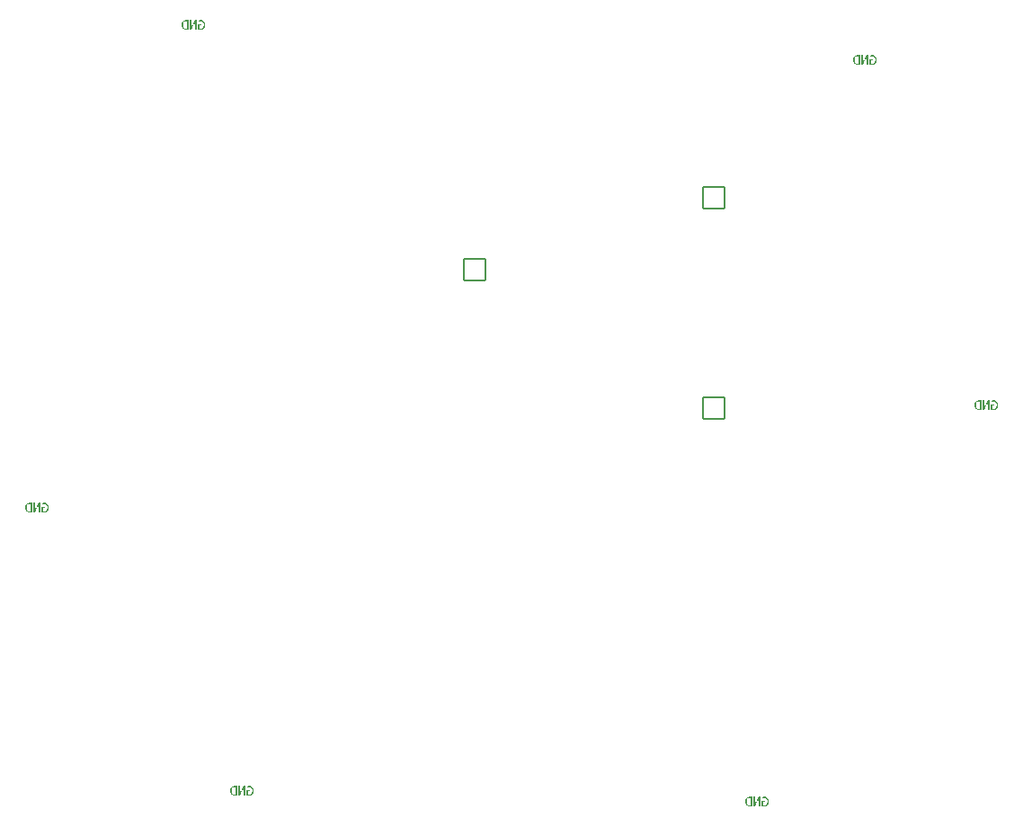
<source format=gbo>
G04 #@! TF.GenerationSoftware,KiCad,Pcbnew,7.0.1*
G04 #@! TF.CreationDate,2024-08-11T16:24:43+02:00*
G04 #@! TF.ProjectId,uTesla,75546573-6c61-42e6-9b69-6361645f7063,rev?*
G04 #@! TF.SameCoordinates,Original*
G04 #@! TF.FileFunction,Legend,Bot*
G04 #@! TF.FilePolarity,Positive*
%FSLAX46Y46*%
G04 Gerber Fmt 4.6, Leading zero omitted, Abs format (unit mm)*
G04 Created by KiCad (PCBNEW 7.0.1) date 2024-08-11 16:24:43*
%MOMM*%
%LPD*%
G01*
G04 APERTURE LIST*
G04 Aperture macros list*
%AMRoundRect*
0 Rectangle with rounded corners*
0 $1 Rounding radius*
0 $2 $3 $4 $5 $6 $7 $8 $9 X,Y pos of 4 corners*
0 Add a 4 corners polygon primitive as box body*
4,1,4,$2,$3,$4,$5,$6,$7,$8,$9,$2,$3,0*
0 Add four circle primitives for the rounded corners*
1,1,$1+$1,$2,$3*
1,1,$1+$1,$4,$5*
1,1,$1+$1,$6,$7*
1,1,$1+$1,$8,$9*
0 Add four rect primitives between the rounded corners*
20,1,$1+$1,$2,$3,$4,$5,0*
20,1,$1+$1,$4,$5,$6,$7,0*
20,1,$1+$1,$6,$7,$8,$9,0*
20,1,$1+$1,$8,$9,$2,$3,0*%
G04 Aperture macros list end*
%ADD10C,0.150000*%
%ADD11RoundRect,0.102000X0.997500X-0.997500X0.997500X0.997500X-0.997500X0.997500X-0.997500X-0.997500X0*%
%ADD12C,2.199000*%
%ADD13C,2.000000*%
%ADD14R,2.200000X2.200000*%
%ADD15O,2.200000X2.200000*%
%ADD16C,1.284000*%
%ADD17R,1.600000X1.600000*%
%ADD18C,1.600000*%
%ADD19O,2.554000X4.904000*%
%ADD20O,4.204000X2.204000*%
%ADD21R,1.560000X1.560000*%
%ADD22C,1.560000*%
%ADD23R,1.700000X1.700000*%
%ADD24O,1.700000X1.700000*%
%ADD25C,3.600000*%
%ADD26C,1.000000*%
%ADD27O,3.810000X1.905000*%
G04 APERTURE END LIST*
D10*
G36*
X110952350Y-56830317D02*
G01*
X110961764Y-56824848D01*
X110971230Y-56819615D01*
X110980747Y-56814618D01*
X110990315Y-56809858D01*
X110999935Y-56805333D01*
X111009606Y-56801045D01*
X111019329Y-56796993D01*
X111029104Y-56793177D01*
X111038930Y-56789597D01*
X111048807Y-56786253D01*
X111055421Y-56784155D01*
X111065399Y-56781231D01*
X111075548Y-56778594D01*
X111085869Y-56776245D01*
X111096362Y-56774183D01*
X111107027Y-56772409D01*
X111117863Y-56770923D01*
X111128871Y-56769725D01*
X111140051Y-56768814D01*
X111151403Y-56768190D01*
X111162926Y-56767855D01*
X111170704Y-56767791D01*
X111183939Y-56768014D01*
X111196899Y-56768684D01*
X111209584Y-56769800D01*
X111221995Y-56771363D01*
X111234130Y-56773372D01*
X111245991Y-56775828D01*
X111257578Y-56778730D01*
X111268889Y-56782079D01*
X111279926Y-56785874D01*
X111290688Y-56790116D01*
X111297710Y-56793192D01*
X111307997Y-56798139D01*
X111317974Y-56803456D01*
X111327643Y-56809142D01*
X111337002Y-56815197D01*
X111346053Y-56821621D01*
X111354794Y-56828415D01*
X111363226Y-56835577D01*
X111371349Y-56843109D01*
X111379163Y-56851010D01*
X111386668Y-56859281D01*
X111391499Y-56865000D01*
X111398487Y-56873822D01*
X111405161Y-56882980D01*
X111411521Y-56892473D01*
X111417568Y-56902300D01*
X111423302Y-56912462D01*
X111428722Y-56922959D01*
X111433829Y-56933792D01*
X111438623Y-56944959D01*
X111443103Y-56956460D01*
X111447269Y-56968297D01*
X111449873Y-56976374D01*
X111453496Y-56988678D01*
X111456763Y-57001227D01*
X111459673Y-57014020D01*
X111462227Y-57027058D01*
X111464424Y-57040341D01*
X111466265Y-57053869D01*
X111467750Y-57067641D01*
X111468878Y-57081658D01*
X111469650Y-57095920D01*
X111470066Y-57110426D01*
X111470145Y-57120233D01*
X111470081Y-57130455D01*
X111469890Y-57140544D01*
X111469570Y-57150498D01*
X111469123Y-57160320D01*
X111468212Y-57174801D01*
X111467013Y-57188982D01*
X111465527Y-57202862D01*
X111463753Y-57216442D01*
X111461692Y-57229721D01*
X111459342Y-57242700D01*
X111456706Y-57255378D01*
X111453781Y-57267756D01*
X111450506Y-57279766D01*
X111446909Y-57291432D01*
X111442990Y-57302755D01*
X111438749Y-57313735D01*
X111434186Y-57324371D01*
X111429300Y-57334663D01*
X111424093Y-57344612D01*
X111418564Y-57354218D01*
X111412713Y-57363480D01*
X111406540Y-57372399D01*
X111402246Y-57378154D01*
X111395482Y-57386439D01*
X111388378Y-57394351D01*
X111380936Y-57401889D01*
X111373154Y-57409054D01*
X111365033Y-57415846D01*
X111356573Y-57422263D01*
X111347774Y-57428308D01*
X111338636Y-57433978D01*
X111329158Y-57439276D01*
X111319342Y-57444199D01*
X111312609Y-57447274D01*
X111302162Y-57451552D01*
X111291337Y-57455409D01*
X111280134Y-57458845D01*
X111268553Y-57461860D01*
X111256595Y-57464455D01*
X111244259Y-57466629D01*
X111231545Y-57468382D01*
X111218453Y-57469714D01*
X111204983Y-57470626D01*
X111191136Y-57471117D01*
X111181695Y-57471210D01*
X111171677Y-57471039D01*
X111161041Y-57470523D01*
X111153607Y-57469989D01*
X111143196Y-57468895D01*
X111132785Y-57467628D01*
X111123320Y-57466325D01*
X111113054Y-57464531D01*
X111103076Y-57462505D01*
X111094256Y-57460464D01*
X111084078Y-57457830D01*
X111074059Y-57454823D01*
X111069099Y-57453136D01*
X111069099Y-57174211D01*
X111252525Y-57174211D01*
X111252525Y-57072606D01*
X110948198Y-57072606D01*
X110948198Y-57526898D01*
X110958843Y-57531657D01*
X110967884Y-57535480D01*
X110977080Y-57539171D01*
X110986431Y-57542731D01*
X110995937Y-57546159D01*
X111005599Y-57549457D01*
X111007549Y-57550101D01*
X111017355Y-57553153D01*
X111027232Y-57556049D01*
X111037181Y-57558791D01*
X111047201Y-57561378D01*
X111057292Y-57563810D01*
X111067456Y-57566086D01*
X111071541Y-57566953D01*
X111081692Y-57569007D01*
X111091844Y-57570894D01*
X111101995Y-57572613D01*
X111112146Y-57574166D01*
X111122298Y-57575552D01*
X111132449Y-57576771D01*
X111136510Y-57577212D01*
X111146531Y-57578197D01*
X111156445Y-57579015D01*
X111166252Y-57579666D01*
X111177878Y-57580227D01*
X111189350Y-57580548D01*
X111198792Y-57580631D01*
X111210231Y-57580518D01*
X111221529Y-57580181D01*
X111232686Y-57579618D01*
X111243702Y-57578830D01*
X111254576Y-57577817D01*
X111265310Y-57576578D01*
X111275902Y-57575115D01*
X111286353Y-57573426D01*
X111296662Y-57571512D01*
X111306831Y-57569373D01*
X111316858Y-57567009D01*
X111326744Y-57564419D01*
X111336489Y-57561605D01*
X111346093Y-57558565D01*
X111355555Y-57555300D01*
X111364877Y-57551810D01*
X111374012Y-57548099D01*
X111382977Y-57544170D01*
X111396107Y-57537869D01*
X111408855Y-57531078D01*
X111421220Y-57523798D01*
X111433204Y-57516029D01*
X111444805Y-57507770D01*
X111456024Y-57499021D01*
X111466861Y-57489784D01*
X111477316Y-57480056D01*
X111487389Y-57469840D01*
X111490662Y-57466325D01*
X111500160Y-57455456D01*
X111509238Y-57444097D01*
X111517894Y-57432249D01*
X111523432Y-57424079D01*
X111528782Y-57415690D01*
X111533946Y-57407085D01*
X111538922Y-57398261D01*
X111543712Y-57389220D01*
X111548314Y-57379962D01*
X111552729Y-57370486D01*
X111556958Y-57360793D01*
X111560999Y-57350882D01*
X111564854Y-57340754D01*
X111568521Y-57330408D01*
X111570285Y-57325153D01*
X111573627Y-57314486D01*
X111576754Y-57303610D01*
X111579664Y-57292527D01*
X111582360Y-57281235D01*
X111584839Y-57269736D01*
X111587103Y-57258028D01*
X111589152Y-57246113D01*
X111590984Y-57233989D01*
X111592602Y-57221658D01*
X111594003Y-57209119D01*
X111595189Y-57196371D01*
X111596159Y-57183416D01*
X111596914Y-57170252D01*
X111597453Y-57156881D01*
X111597777Y-57143302D01*
X111597884Y-57129515D01*
X111597764Y-57115775D01*
X111597403Y-57102217D01*
X111596802Y-57088839D01*
X111595961Y-57075644D01*
X111594879Y-57062629D01*
X111593557Y-57049796D01*
X111591994Y-57037144D01*
X111590191Y-57024673D01*
X111588147Y-57012384D01*
X111585863Y-57000276D01*
X111583339Y-56988349D01*
X111580574Y-56976603D01*
X111577568Y-56965039D01*
X111574323Y-56953656D01*
X111570836Y-56942454D01*
X111567110Y-56931434D01*
X111563135Y-56920578D01*
X111558966Y-56909933D01*
X111554602Y-56899497D01*
X111550043Y-56889271D01*
X111545290Y-56879255D01*
X111540342Y-56869449D01*
X111535200Y-56859853D01*
X111529863Y-56850467D01*
X111524331Y-56841291D01*
X111518605Y-56832324D01*
X111512684Y-56823568D01*
X111506568Y-56815021D01*
X111500258Y-56806685D01*
X111493753Y-56798558D01*
X111487053Y-56790641D01*
X111480159Y-56782934D01*
X111473079Y-56775445D01*
X111465821Y-56768184D01*
X111458386Y-56761150D01*
X111450774Y-56754342D01*
X111442984Y-56747762D01*
X111435016Y-56741409D01*
X111426871Y-56735283D01*
X111418549Y-56729384D01*
X111410049Y-56723712D01*
X111401372Y-56718267D01*
X111392517Y-56713049D01*
X111383485Y-56708058D01*
X111374275Y-56703295D01*
X111364888Y-56698758D01*
X111355324Y-56694448D01*
X111345581Y-56690366D01*
X111335688Y-56686491D01*
X111325668Y-56682867D01*
X111315522Y-56679492D01*
X111305251Y-56676368D01*
X111294853Y-56673493D01*
X111284330Y-56670868D01*
X111273681Y-56668494D01*
X111262905Y-56666369D01*
X111252004Y-56664494D01*
X111240977Y-56662869D01*
X111229824Y-56661495D01*
X111218545Y-56660370D01*
X111207140Y-56659495D01*
X111195609Y-56658870D01*
X111183952Y-56658495D01*
X111172169Y-56658370D01*
X111160865Y-56658477D01*
X111149669Y-56658799D01*
X111138580Y-56659336D01*
X111127599Y-56660087D01*
X111116724Y-56661053D01*
X111105957Y-56662234D01*
X111095298Y-56663629D01*
X111084745Y-56665239D01*
X111074300Y-56667064D01*
X111063963Y-56669103D01*
X111057131Y-56670582D01*
X111046913Y-56672955D01*
X111036777Y-56675585D01*
X111026723Y-56678473D01*
X111016750Y-56681619D01*
X111006859Y-56685022D01*
X110997050Y-56688683D01*
X110987322Y-56692601D01*
X110977675Y-56696777D01*
X110968111Y-56701211D01*
X110958627Y-56705902D01*
X110952350Y-56709173D01*
X110952350Y-56830317D01*
G37*
G36*
X110182009Y-57565000D02*
G01*
X110341255Y-57565000D01*
X110603083Y-57009103D01*
X110678554Y-56830317D01*
X110678554Y-57279968D01*
X110678554Y-57565000D01*
X110792616Y-57565000D01*
X110792616Y-56674002D01*
X110635323Y-56674002D01*
X110385951Y-57203520D01*
X110296070Y-57408684D01*
X110296070Y-56928503D01*
X110296070Y-56674002D01*
X110182009Y-56674002D01*
X110182009Y-57565000D01*
G37*
G36*
X110030578Y-57565000D02*
G01*
X109838359Y-57565000D01*
X109827686Y-57564937D01*
X109817159Y-57564751D01*
X109806780Y-57564441D01*
X109796548Y-57564007D01*
X109786462Y-57563449D01*
X109776523Y-57562767D01*
X109766732Y-57561961D01*
X109752320Y-57560519D01*
X109738238Y-57558798D01*
X109724488Y-57556798D01*
X109711067Y-57554519D01*
X109697978Y-57551961D01*
X109685219Y-57549124D01*
X109676857Y-57547057D01*
X109664558Y-57543764D01*
X109652551Y-57540239D01*
X109640836Y-57536483D01*
X109629413Y-57532494D01*
X109618282Y-57528274D01*
X109607443Y-57523822D01*
X109596895Y-57519138D01*
X109586640Y-57514222D01*
X109576677Y-57509074D01*
X109567005Y-57503695D01*
X109560717Y-57499984D01*
X109551517Y-57494243D01*
X109542596Y-57488292D01*
X109533954Y-57482130D01*
X109525592Y-57475758D01*
X109517508Y-57469176D01*
X109509703Y-57462383D01*
X109502178Y-57455380D01*
X109494931Y-57448167D01*
X109487964Y-57440743D01*
X109481276Y-57433108D01*
X109476931Y-57427913D01*
X109470607Y-57419989D01*
X109464515Y-57411905D01*
X109458654Y-57403663D01*
X109453026Y-57395261D01*
X109447629Y-57386701D01*
X109442464Y-57377982D01*
X109437531Y-57369104D01*
X109432830Y-57360067D01*
X109428361Y-57350872D01*
X109424123Y-57341517D01*
X109421422Y-57335166D01*
X109417546Y-57325521D01*
X109413880Y-57315734D01*
X109410425Y-57305806D01*
X109407180Y-57295736D01*
X109404145Y-57285524D01*
X109401321Y-57275171D01*
X109398707Y-57264676D01*
X109396303Y-57254039D01*
X109394110Y-57243261D01*
X109392127Y-57232341D01*
X109390915Y-57224992D01*
X109389242Y-57213891D01*
X109387746Y-57202696D01*
X109386426Y-57191406D01*
X109385282Y-57180021D01*
X109384314Y-57168542D01*
X109383521Y-57156969D01*
X109382905Y-57145301D01*
X109382465Y-57133539D01*
X109382201Y-57121682D01*
X109382172Y-57117791D01*
X109510585Y-57117791D01*
X109510884Y-57138813D01*
X109511782Y-57159168D01*
X109513279Y-57178856D01*
X109515374Y-57197876D01*
X109518068Y-57216229D01*
X109521361Y-57233914D01*
X109525253Y-57250932D01*
X109529743Y-57267283D01*
X109534832Y-57282966D01*
X109540519Y-57297982D01*
X109546805Y-57312331D01*
X109553690Y-57326012D01*
X109561174Y-57339025D01*
X109569256Y-57351372D01*
X109577937Y-57363051D01*
X109587216Y-57374063D01*
X109597094Y-57384407D01*
X109607571Y-57394084D01*
X109618647Y-57403093D01*
X109630321Y-57411436D01*
X109642594Y-57419110D01*
X109655466Y-57426118D01*
X109668936Y-57432458D01*
X109683005Y-57438131D01*
X109697673Y-57443136D01*
X109712939Y-57447474D01*
X109728804Y-57451144D01*
X109745268Y-57454148D01*
X109762330Y-57456483D01*
X109779991Y-57458152D01*
X109798251Y-57459153D01*
X109817110Y-57459487D01*
X109908457Y-57459487D01*
X109908457Y-56775607D01*
X109803188Y-56775607D01*
X109794012Y-56775677D01*
X109780526Y-56776048D01*
X109767376Y-56776736D01*
X109754560Y-56777742D01*
X109742079Y-56779066D01*
X109729934Y-56780708D01*
X109718123Y-56782667D01*
X109706647Y-56784944D01*
X109695505Y-56787538D01*
X109684699Y-56790451D01*
X109674228Y-56793681D01*
X109667431Y-56796027D01*
X109657508Y-56799871D01*
X109647910Y-56804107D01*
X109638640Y-56808733D01*
X109629695Y-56813750D01*
X109621077Y-56819157D01*
X109612785Y-56824955D01*
X109604820Y-56831144D01*
X109597180Y-56837723D01*
X109589868Y-56844694D01*
X109582881Y-56852055D01*
X109578404Y-56857161D01*
X109571961Y-56865192D01*
X109565845Y-56873670D01*
X109560055Y-56882595D01*
X109554591Y-56891965D01*
X109549453Y-56901783D01*
X109544642Y-56912047D01*
X109540156Y-56922757D01*
X109535998Y-56933914D01*
X109532165Y-56945518D01*
X109528659Y-56957568D01*
X109526470Y-56965864D01*
X109523452Y-56978738D01*
X109520752Y-56992128D01*
X109518369Y-57006033D01*
X109516304Y-57020452D01*
X109515103Y-57030352D01*
X109514044Y-57040480D01*
X109513127Y-57050838D01*
X109512350Y-57061424D01*
X109511715Y-57072240D01*
X109511220Y-57083284D01*
X109510867Y-57094557D01*
X109510656Y-57106060D01*
X109510585Y-57117791D01*
X109382172Y-57117791D01*
X109382113Y-57109731D01*
X109382214Y-57096027D01*
X109382518Y-57082545D01*
X109383023Y-57069286D01*
X109383731Y-57056249D01*
X109384642Y-57043435D01*
X109385754Y-57030842D01*
X109387069Y-57018472D01*
X109388586Y-57006325D01*
X109390305Y-56994399D01*
X109392226Y-56982696D01*
X109394350Y-56971215D01*
X109396676Y-56959957D01*
X109399204Y-56948920D01*
X109401935Y-56938106D01*
X109404868Y-56927515D01*
X109408003Y-56917145D01*
X109411340Y-56906998D01*
X109414880Y-56897074D01*
X109418622Y-56887371D01*
X109422566Y-56877891D01*
X109426712Y-56868633D01*
X109431061Y-56859598D01*
X109435612Y-56850784D01*
X109440365Y-56842193D01*
X109450478Y-56825678D01*
X109461401Y-56810052D01*
X109473132Y-56795316D01*
X109485672Y-56781468D01*
X109492234Y-56774857D01*
X109505984Y-56762263D01*
X109520570Y-56750509D01*
X109535991Y-56739594D01*
X109552249Y-56729519D01*
X109569342Y-56720284D01*
X109578202Y-56715981D01*
X109587271Y-56711888D01*
X109596549Y-56708005D01*
X109606036Y-56704332D01*
X109615732Y-56700868D01*
X109625636Y-56697615D01*
X109635750Y-56694571D01*
X109646072Y-56691738D01*
X109656604Y-56689114D01*
X109667345Y-56686700D01*
X109678294Y-56684496D01*
X109689452Y-56682502D01*
X109700820Y-56680718D01*
X109712396Y-56679144D01*
X109724181Y-56677780D01*
X109736175Y-56676625D01*
X109748378Y-56675681D01*
X109760790Y-56674946D01*
X109773411Y-56674421D01*
X109786241Y-56674107D01*
X109799280Y-56674002D01*
X110030578Y-56674002D01*
X110030578Y-57565000D01*
G37*
G36*
X115524350Y-128966317D02*
G01*
X115533764Y-128960848D01*
X115543230Y-128955615D01*
X115552747Y-128950618D01*
X115562315Y-128945858D01*
X115571935Y-128941333D01*
X115581606Y-128937045D01*
X115591329Y-128932993D01*
X115601104Y-128929177D01*
X115610930Y-128925597D01*
X115620807Y-128922253D01*
X115627421Y-128920155D01*
X115637399Y-128917231D01*
X115647548Y-128914594D01*
X115657869Y-128912245D01*
X115668362Y-128910183D01*
X115679027Y-128908409D01*
X115689863Y-128906923D01*
X115700871Y-128905725D01*
X115712051Y-128904814D01*
X115723403Y-128904190D01*
X115734926Y-128903855D01*
X115742704Y-128903791D01*
X115755939Y-128904014D01*
X115768899Y-128904684D01*
X115781584Y-128905800D01*
X115793995Y-128907363D01*
X115806130Y-128909372D01*
X115817991Y-128911828D01*
X115829578Y-128914730D01*
X115840889Y-128918079D01*
X115851926Y-128921874D01*
X115862688Y-128926116D01*
X115869710Y-128929192D01*
X115879997Y-128934139D01*
X115889974Y-128939456D01*
X115899643Y-128945142D01*
X115909002Y-128951197D01*
X115918053Y-128957621D01*
X115926794Y-128964415D01*
X115935226Y-128971577D01*
X115943349Y-128979109D01*
X115951163Y-128987010D01*
X115958668Y-128995281D01*
X115963499Y-129001000D01*
X115970487Y-129009822D01*
X115977161Y-129018980D01*
X115983521Y-129028473D01*
X115989568Y-129038300D01*
X115995302Y-129048462D01*
X116000722Y-129058959D01*
X116005829Y-129069792D01*
X116010623Y-129080959D01*
X116015103Y-129092460D01*
X116019269Y-129104297D01*
X116021873Y-129112374D01*
X116025496Y-129124678D01*
X116028763Y-129137227D01*
X116031673Y-129150020D01*
X116034227Y-129163058D01*
X116036424Y-129176341D01*
X116038265Y-129189869D01*
X116039750Y-129203641D01*
X116040878Y-129217658D01*
X116041650Y-129231920D01*
X116042066Y-129246426D01*
X116042145Y-129256233D01*
X116042081Y-129266455D01*
X116041890Y-129276544D01*
X116041570Y-129286498D01*
X116041123Y-129296320D01*
X116040212Y-129310801D01*
X116039013Y-129324982D01*
X116037527Y-129338862D01*
X116035753Y-129352442D01*
X116033692Y-129365721D01*
X116031342Y-129378700D01*
X116028706Y-129391378D01*
X116025781Y-129403756D01*
X116022506Y-129415766D01*
X116018909Y-129427432D01*
X116014990Y-129438755D01*
X116010749Y-129449735D01*
X116006186Y-129460371D01*
X116001300Y-129470663D01*
X115996093Y-129480612D01*
X115990564Y-129490218D01*
X115984713Y-129499480D01*
X115978540Y-129508399D01*
X115974246Y-129514154D01*
X115967482Y-129522439D01*
X115960378Y-129530351D01*
X115952936Y-129537889D01*
X115945154Y-129545054D01*
X115937033Y-129551846D01*
X115928573Y-129558263D01*
X115919774Y-129564308D01*
X115910636Y-129569978D01*
X115901158Y-129575276D01*
X115891342Y-129580199D01*
X115884609Y-129583274D01*
X115874162Y-129587552D01*
X115863337Y-129591409D01*
X115852134Y-129594845D01*
X115840553Y-129597860D01*
X115828595Y-129600455D01*
X115816259Y-129602629D01*
X115803545Y-129604382D01*
X115790453Y-129605714D01*
X115776983Y-129606626D01*
X115763136Y-129607117D01*
X115753695Y-129607210D01*
X115743677Y-129607039D01*
X115733041Y-129606523D01*
X115725607Y-129605989D01*
X115715196Y-129604895D01*
X115704785Y-129603628D01*
X115695320Y-129602325D01*
X115685054Y-129600531D01*
X115675076Y-129598505D01*
X115666256Y-129596464D01*
X115656078Y-129593830D01*
X115646059Y-129590823D01*
X115641099Y-129589136D01*
X115641099Y-129310211D01*
X115824525Y-129310211D01*
X115824525Y-129208606D01*
X115520198Y-129208606D01*
X115520198Y-129662898D01*
X115530843Y-129667657D01*
X115539884Y-129671480D01*
X115549080Y-129675171D01*
X115558431Y-129678731D01*
X115567937Y-129682159D01*
X115577599Y-129685457D01*
X115579549Y-129686101D01*
X115589355Y-129689153D01*
X115599232Y-129692049D01*
X115609181Y-129694791D01*
X115619201Y-129697378D01*
X115629292Y-129699810D01*
X115639456Y-129702086D01*
X115643541Y-129702953D01*
X115653692Y-129705007D01*
X115663844Y-129706894D01*
X115673995Y-129708613D01*
X115684146Y-129710166D01*
X115694298Y-129711552D01*
X115704449Y-129712771D01*
X115708510Y-129713212D01*
X115718531Y-129714197D01*
X115728445Y-129715015D01*
X115738252Y-129715666D01*
X115749878Y-129716227D01*
X115761350Y-129716548D01*
X115770792Y-129716631D01*
X115782231Y-129716518D01*
X115793529Y-129716181D01*
X115804686Y-129715618D01*
X115815702Y-129714830D01*
X115826576Y-129713817D01*
X115837310Y-129712578D01*
X115847902Y-129711115D01*
X115858353Y-129709426D01*
X115868662Y-129707512D01*
X115878831Y-129705373D01*
X115888858Y-129703009D01*
X115898744Y-129700419D01*
X115908489Y-129697605D01*
X115918093Y-129694565D01*
X115927555Y-129691300D01*
X115936877Y-129687810D01*
X115946012Y-129684099D01*
X115954977Y-129680170D01*
X115968107Y-129673869D01*
X115980855Y-129667078D01*
X115993220Y-129659798D01*
X116005204Y-129652029D01*
X116016805Y-129643770D01*
X116028024Y-129635021D01*
X116038861Y-129625784D01*
X116049316Y-129616056D01*
X116059389Y-129605840D01*
X116062662Y-129602325D01*
X116072160Y-129591456D01*
X116081238Y-129580097D01*
X116089894Y-129568249D01*
X116095432Y-129560079D01*
X116100782Y-129551690D01*
X116105946Y-129543085D01*
X116110922Y-129534261D01*
X116115712Y-129525220D01*
X116120314Y-129515962D01*
X116124729Y-129506486D01*
X116128958Y-129496793D01*
X116132999Y-129486882D01*
X116136854Y-129476754D01*
X116140521Y-129466408D01*
X116142285Y-129461153D01*
X116145627Y-129450486D01*
X116148754Y-129439610D01*
X116151664Y-129428527D01*
X116154360Y-129417235D01*
X116156839Y-129405736D01*
X116159103Y-129394028D01*
X116161152Y-129382113D01*
X116162984Y-129369989D01*
X116164602Y-129357658D01*
X116166003Y-129345119D01*
X116167189Y-129332371D01*
X116168159Y-129319416D01*
X116168914Y-129306252D01*
X116169453Y-129292881D01*
X116169777Y-129279302D01*
X116169884Y-129265515D01*
X116169764Y-129251775D01*
X116169403Y-129238217D01*
X116168802Y-129224839D01*
X116167961Y-129211644D01*
X116166879Y-129198629D01*
X116165557Y-129185796D01*
X116163994Y-129173144D01*
X116162191Y-129160673D01*
X116160147Y-129148384D01*
X116157863Y-129136276D01*
X116155339Y-129124349D01*
X116152574Y-129112603D01*
X116149568Y-129101039D01*
X116146323Y-129089656D01*
X116142836Y-129078454D01*
X116139110Y-129067434D01*
X116135135Y-129056578D01*
X116130966Y-129045933D01*
X116126602Y-129035497D01*
X116122043Y-129025271D01*
X116117290Y-129015255D01*
X116112342Y-129005449D01*
X116107200Y-128995853D01*
X116101863Y-128986467D01*
X116096331Y-128977291D01*
X116090605Y-128968324D01*
X116084684Y-128959568D01*
X116078568Y-128951021D01*
X116072258Y-128942685D01*
X116065753Y-128934558D01*
X116059053Y-128926641D01*
X116052159Y-128918934D01*
X116045079Y-128911445D01*
X116037821Y-128904184D01*
X116030386Y-128897150D01*
X116022774Y-128890342D01*
X116014984Y-128883762D01*
X116007016Y-128877409D01*
X115998871Y-128871283D01*
X115990549Y-128865384D01*
X115982049Y-128859712D01*
X115973372Y-128854267D01*
X115964517Y-128849049D01*
X115955485Y-128844058D01*
X115946275Y-128839295D01*
X115936888Y-128834758D01*
X115927324Y-128830448D01*
X115917581Y-128826366D01*
X115907688Y-128822491D01*
X115897668Y-128818867D01*
X115887522Y-128815492D01*
X115877251Y-128812368D01*
X115866853Y-128809493D01*
X115856330Y-128806868D01*
X115845681Y-128804494D01*
X115834905Y-128802369D01*
X115824004Y-128800494D01*
X115812977Y-128798869D01*
X115801824Y-128797495D01*
X115790545Y-128796370D01*
X115779140Y-128795495D01*
X115767609Y-128794870D01*
X115755952Y-128794495D01*
X115744169Y-128794370D01*
X115732865Y-128794477D01*
X115721669Y-128794799D01*
X115710580Y-128795336D01*
X115699599Y-128796087D01*
X115688724Y-128797053D01*
X115677957Y-128798234D01*
X115667298Y-128799629D01*
X115656745Y-128801239D01*
X115646300Y-128803064D01*
X115635963Y-128805103D01*
X115629131Y-128806582D01*
X115618913Y-128808955D01*
X115608777Y-128811585D01*
X115598723Y-128814473D01*
X115588750Y-128817619D01*
X115578859Y-128821022D01*
X115569050Y-128824683D01*
X115559322Y-128828601D01*
X115549675Y-128832777D01*
X115540111Y-128837211D01*
X115530627Y-128841902D01*
X115524350Y-128845173D01*
X115524350Y-128966317D01*
G37*
G36*
X114754009Y-129701000D02*
G01*
X114913255Y-129701000D01*
X115175083Y-129145103D01*
X115250554Y-128966317D01*
X115250554Y-129415968D01*
X115250554Y-129701000D01*
X115364616Y-129701000D01*
X115364616Y-128810002D01*
X115207323Y-128810002D01*
X114957951Y-129339520D01*
X114868070Y-129544684D01*
X114868070Y-129064503D01*
X114868070Y-128810002D01*
X114754009Y-128810002D01*
X114754009Y-129701000D01*
G37*
G36*
X114602578Y-129701000D02*
G01*
X114410359Y-129701000D01*
X114399686Y-129700937D01*
X114389159Y-129700751D01*
X114378780Y-129700441D01*
X114368548Y-129700007D01*
X114358462Y-129699449D01*
X114348523Y-129698767D01*
X114338732Y-129697961D01*
X114324320Y-129696519D01*
X114310238Y-129694798D01*
X114296488Y-129692798D01*
X114283067Y-129690519D01*
X114269978Y-129687961D01*
X114257219Y-129685124D01*
X114248857Y-129683057D01*
X114236558Y-129679764D01*
X114224551Y-129676239D01*
X114212836Y-129672483D01*
X114201413Y-129668494D01*
X114190282Y-129664274D01*
X114179443Y-129659822D01*
X114168895Y-129655138D01*
X114158640Y-129650222D01*
X114148677Y-129645074D01*
X114139005Y-129639695D01*
X114132717Y-129635984D01*
X114123517Y-129630243D01*
X114114596Y-129624292D01*
X114105954Y-129618130D01*
X114097592Y-129611758D01*
X114089508Y-129605176D01*
X114081703Y-129598383D01*
X114074178Y-129591380D01*
X114066931Y-129584167D01*
X114059964Y-129576743D01*
X114053276Y-129569108D01*
X114048931Y-129563913D01*
X114042607Y-129555989D01*
X114036515Y-129547905D01*
X114030654Y-129539663D01*
X114025026Y-129531261D01*
X114019629Y-129522701D01*
X114014464Y-129513982D01*
X114009531Y-129505104D01*
X114004830Y-129496067D01*
X114000361Y-129486872D01*
X113996123Y-129477517D01*
X113993422Y-129471166D01*
X113989546Y-129461521D01*
X113985880Y-129451734D01*
X113982425Y-129441806D01*
X113979180Y-129431736D01*
X113976145Y-129421524D01*
X113973321Y-129411171D01*
X113970707Y-129400676D01*
X113968303Y-129390039D01*
X113966110Y-129379261D01*
X113964127Y-129368341D01*
X113962915Y-129360992D01*
X113961242Y-129349891D01*
X113959746Y-129338696D01*
X113958426Y-129327406D01*
X113957282Y-129316021D01*
X113956314Y-129304542D01*
X113955521Y-129292969D01*
X113954905Y-129281301D01*
X113954465Y-129269539D01*
X113954201Y-129257682D01*
X113954172Y-129253791D01*
X114082585Y-129253791D01*
X114082884Y-129274813D01*
X114083782Y-129295168D01*
X114085279Y-129314856D01*
X114087374Y-129333876D01*
X114090068Y-129352229D01*
X114093361Y-129369914D01*
X114097253Y-129386932D01*
X114101743Y-129403283D01*
X114106832Y-129418966D01*
X114112519Y-129433982D01*
X114118805Y-129448331D01*
X114125690Y-129462012D01*
X114133174Y-129475025D01*
X114141256Y-129487372D01*
X114149937Y-129499051D01*
X114159216Y-129510063D01*
X114169094Y-129520407D01*
X114179571Y-129530084D01*
X114190647Y-129539093D01*
X114202321Y-129547436D01*
X114214594Y-129555110D01*
X114227466Y-129562118D01*
X114240936Y-129568458D01*
X114255005Y-129574131D01*
X114269673Y-129579136D01*
X114284939Y-129583474D01*
X114300804Y-129587144D01*
X114317268Y-129590148D01*
X114334330Y-129592483D01*
X114351991Y-129594152D01*
X114370251Y-129595153D01*
X114389110Y-129595487D01*
X114480457Y-129595487D01*
X114480457Y-128911607D01*
X114375188Y-128911607D01*
X114366012Y-128911677D01*
X114352526Y-128912048D01*
X114339376Y-128912736D01*
X114326560Y-128913742D01*
X114314079Y-128915066D01*
X114301934Y-128916708D01*
X114290123Y-128918667D01*
X114278647Y-128920944D01*
X114267505Y-128923538D01*
X114256699Y-128926451D01*
X114246228Y-128929681D01*
X114239431Y-128932027D01*
X114229508Y-128935871D01*
X114219910Y-128940107D01*
X114210640Y-128944733D01*
X114201695Y-128949750D01*
X114193077Y-128955157D01*
X114184785Y-128960955D01*
X114176820Y-128967144D01*
X114169180Y-128973723D01*
X114161868Y-128980694D01*
X114154881Y-128988055D01*
X114150404Y-128993161D01*
X114143961Y-129001192D01*
X114137845Y-129009670D01*
X114132055Y-129018595D01*
X114126591Y-129027965D01*
X114121453Y-129037783D01*
X114116642Y-129048047D01*
X114112156Y-129058757D01*
X114107998Y-129069914D01*
X114104165Y-129081518D01*
X114100659Y-129093568D01*
X114098470Y-129101864D01*
X114095452Y-129114738D01*
X114092752Y-129128128D01*
X114090369Y-129142033D01*
X114088304Y-129156452D01*
X114087103Y-129166352D01*
X114086044Y-129176480D01*
X114085127Y-129186838D01*
X114084350Y-129197424D01*
X114083715Y-129208240D01*
X114083220Y-129219284D01*
X114082867Y-129230557D01*
X114082656Y-129242060D01*
X114082585Y-129253791D01*
X113954172Y-129253791D01*
X113954113Y-129245731D01*
X113954214Y-129232027D01*
X113954518Y-129218545D01*
X113955023Y-129205286D01*
X113955731Y-129192249D01*
X113956642Y-129179435D01*
X113957754Y-129166842D01*
X113959069Y-129154472D01*
X113960586Y-129142325D01*
X113962305Y-129130399D01*
X113964226Y-129118696D01*
X113966350Y-129107215D01*
X113968676Y-129095957D01*
X113971204Y-129084920D01*
X113973935Y-129074106D01*
X113976868Y-129063515D01*
X113980003Y-129053145D01*
X113983340Y-129042998D01*
X113986880Y-129033074D01*
X113990622Y-129023371D01*
X113994566Y-129013891D01*
X113998712Y-129004633D01*
X114003061Y-128995598D01*
X114007612Y-128986784D01*
X114012365Y-128978193D01*
X114022478Y-128961678D01*
X114033401Y-128946052D01*
X114045132Y-128931316D01*
X114057672Y-128917468D01*
X114064234Y-128910857D01*
X114077984Y-128898263D01*
X114092570Y-128886509D01*
X114107991Y-128875594D01*
X114124249Y-128865519D01*
X114141342Y-128856284D01*
X114150202Y-128851981D01*
X114159271Y-128847888D01*
X114168549Y-128844005D01*
X114178036Y-128840332D01*
X114187732Y-128836868D01*
X114197636Y-128833615D01*
X114207750Y-128830571D01*
X114218072Y-128827738D01*
X114228604Y-128825114D01*
X114239345Y-128822700D01*
X114250294Y-128820496D01*
X114261452Y-128818502D01*
X114272820Y-128816718D01*
X114284396Y-128815144D01*
X114296181Y-128813780D01*
X114308175Y-128812625D01*
X114320378Y-128811681D01*
X114332790Y-128810946D01*
X114345411Y-128810421D01*
X114358241Y-128810107D01*
X114371280Y-128810002D01*
X114602578Y-128810002D01*
X114602578Y-129701000D01*
G37*
G36*
X164038350Y-129982317D02*
G01*
X164047764Y-129976848D01*
X164057230Y-129971615D01*
X164066747Y-129966618D01*
X164076315Y-129961858D01*
X164085935Y-129957333D01*
X164095606Y-129953045D01*
X164105329Y-129948993D01*
X164115104Y-129945177D01*
X164124930Y-129941597D01*
X164134807Y-129938253D01*
X164141421Y-129936155D01*
X164151399Y-129933231D01*
X164161548Y-129930594D01*
X164171869Y-129928245D01*
X164182362Y-129926183D01*
X164193027Y-129924409D01*
X164203863Y-129922923D01*
X164214871Y-129921725D01*
X164226051Y-129920814D01*
X164237403Y-129920190D01*
X164248926Y-129919855D01*
X164256704Y-129919791D01*
X164269939Y-129920014D01*
X164282899Y-129920684D01*
X164295584Y-129921800D01*
X164307995Y-129923363D01*
X164320130Y-129925372D01*
X164331991Y-129927828D01*
X164343578Y-129930730D01*
X164354889Y-129934079D01*
X164365926Y-129937874D01*
X164376688Y-129942116D01*
X164383710Y-129945192D01*
X164393997Y-129950139D01*
X164403974Y-129955456D01*
X164413643Y-129961142D01*
X164423002Y-129967197D01*
X164432053Y-129973621D01*
X164440794Y-129980415D01*
X164449226Y-129987577D01*
X164457349Y-129995109D01*
X164465163Y-130003010D01*
X164472668Y-130011281D01*
X164477499Y-130017000D01*
X164484487Y-130025822D01*
X164491161Y-130034980D01*
X164497521Y-130044473D01*
X164503568Y-130054300D01*
X164509302Y-130064462D01*
X164514722Y-130074959D01*
X164519829Y-130085792D01*
X164524623Y-130096959D01*
X164529103Y-130108460D01*
X164533269Y-130120297D01*
X164535873Y-130128374D01*
X164539496Y-130140678D01*
X164542763Y-130153227D01*
X164545673Y-130166020D01*
X164548227Y-130179058D01*
X164550424Y-130192341D01*
X164552265Y-130205869D01*
X164553750Y-130219641D01*
X164554878Y-130233658D01*
X164555650Y-130247920D01*
X164556066Y-130262426D01*
X164556145Y-130272233D01*
X164556081Y-130282455D01*
X164555890Y-130292544D01*
X164555570Y-130302498D01*
X164555123Y-130312320D01*
X164554212Y-130326801D01*
X164553013Y-130340982D01*
X164551527Y-130354862D01*
X164549753Y-130368442D01*
X164547692Y-130381721D01*
X164545342Y-130394700D01*
X164542706Y-130407378D01*
X164539781Y-130419756D01*
X164536506Y-130431766D01*
X164532909Y-130443432D01*
X164528990Y-130454755D01*
X164524749Y-130465735D01*
X164520186Y-130476371D01*
X164515300Y-130486663D01*
X164510093Y-130496612D01*
X164504564Y-130506218D01*
X164498713Y-130515480D01*
X164492540Y-130524399D01*
X164488246Y-130530154D01*
X164481482Y-130538439D01*
X164474378Y-130546351D01*
X164466936Y-130553889D01*
X164459154Y-130561054D01*
X164451033Y-130567846D01*
X164442573Y-130574263D01*
X164433774Y-130580308D01*
X164424636Y-130585978D01*
X164415158Y-130591276D01*
X164405342Y-130596199D01*
X164398609Y-130599274D01*
X164388162Y-130603552D01*
X164377337Y-130607409D01*
X164366134Y-130610845D01*
X164354553Y-130613860D01*
X164342595Y-130616455D01*
X164330259Y-130618629D01*
X164317545Y-130620382D01*
X164304453Y-130621714D01*
X164290983Y-130622626D01*
X164277136Y-130623117D01*
X164267695Y-130623210D01*
X164257677Y-130623039D01*
X164247041Y-130622523D01*
X164239607Y-130621989D01*
X164229196Y-130620895D01*
X164218785Y-130619628D01*
X164209320Y-130618325D01*
X164199054Y-130616531D01*
X164189076Y-130614505D01*
X164180256Y-130612464D01*
X164170078Y-130609830D01*
X164160059Y-130606823D01*
X164155099Y-130605136D01*
X164155099Y-130326211D01*
X164338525Y-130326211D01*
X164338525Y-130224606D01*
X164034198Y-130224606D01*
X164034198Y-130678898D01*
X164044843Y-130683657D01*
X164053884Y-130687480D01*
X164063080Y-130691171D01*
X164072431Y-130694731D01*
X164081937Y-130698159D01*
X164091599Y-130701457D01*
X164093549Y-130702101D01*
X164103355Y-130705153D01*
X164113232Y-130708049D01*
X164123181Y-130710791D01*
X164133201Y-130713378D01*
X164143292Y-130715810D01*
X164153456Y-130718086D01*
X164157541Y-130718953D01*
X164167692Y-130721007D01*
X164177844Y-130722894D01*
X164187995Y-130724613D01*
X164198146Y-130726166D01*
X164208298Y-130727552D01*
X164218449Y-130728771D01*
X164222510Y-130729212D01*
X164232531Y-130730197D01*
X164242445Y-130731015D01*
X164252252Y-130731666D01*
X164263878Y-130732227D01*
X164275350Y-130732548D01*
X164284792Y-130732631D01*
X164296231Y-130732518D01*
X164307529Y-130732181D01*
X164318686Y-130731618D01*
X164329702Y-130730830D01*
X164340576Y-130729817D01*
X164351310Y-130728578D01*
X164361902Y-130727115D01*
X164372353Y-130725426D01*
X164382662Y-130723512D01*
X164392831Y-130721373D01*
X164402858Y-130719009D01*
X164412744Y-130716419D01*
X164422489Y-130713605D01*
X164432093Y-130710565D01*
X164441555Y-130707300D01*
X164450877Y-130703810D01*
X164460012Y-130700099D01*
X164468977Y-130696170D01*
X164482107Y-130689869D01*
X164494855Y-130683078D01*
X164507220Y-130675798D01*
X164519204Y-130668029D01*
X164530805Y-130659770D01*
X164542024Y-130651021D01*
X164552861Y-130641784D01*
X164563316Y-130632056D01*
X164573389Y-130621840D01*
X164576662Y-130618325D01*
X164586160Y-130607456D01*
X164595238Y-130596097D01*
X164603894Y-130584249D01*
X164609432Y-130576079D01*
X164614782Y-130567690D01*
X164619946Y-130559085D01*
X164624922Y-130550261D01*
X164629712Y-130541220D01*
X164634314Y-130531962D01*
X164638729Y-130522486D01*
X164642958Y-130512793D01*
X164646999Y-130502882D01*
X164650854Y-130492754D01*
X164654521Y-130482408D01*
X164656285Y-130477153D01*
X164659627Y-130466486D01*
X164662754Y-130455610D01*
X164665664Y-130444527D01*
X164668360Y-130433235D01*
X164670839Y-130421736D01*
X164673103Y-130410028D01*
X164675152Y-130398113D01*
X164676984Y-130385989D01*
X164678602Y-130373658D01*
X164680003Y-130361119D01*
X164681189Y-130348371D01*
X164682159Y-130335416D01*
X164682914Y-130322252D01*
X164683453Y-130308881D01*
X164683777Y-130295302D01*
X164683884Y-130281515D01*
X164683764Y-130267775D01*
X164683403Y-130254217D01*
X164682802Y-130240839D01*
X164681961Y-130227644D01*
X164680879Y-130214629D01*
X164679557Y-130201796D01*
X164677994Y-130189144D01*
X164676191Y-130176673D01*
X164674147Y-130164384D01*
X164671863Y-130152276D01*
X164669339Y-130140349D01*
X164666574Y-130128603D01*
X164663568Y-130117039D01*
X164660323Y-130105656D01*
X164656836Y-130094454D01*
X164653110Y-130083434D01*
X164649135Y-130072578D01*
X164644966Y-130061933D01*
X164640602Y-130051497D01*
X164636043Y-130041271D01*
X164631290Y-130031255D01*
X164626342Y-130021449D01*
X164621200Y-130011853D01*
X164615863Y-130002467D01*
X164610331Y-129993291D01*
X164604605Y-129984324D01*
X164598684Y-129975568D01*
X164592568Y-129967021D01*
X164586258Y-129958685D01*
X164579753Y-129950558D01*
X164573053Y-129942641D01*
X164566159Y-129934934D01*
X164559079Y-129927445D01*
X164551821Y-129920184D01*
X164544386Y-129913150D01*
X164536774Y-129906342D01*
X164528984Y-129899762D01*
X164521016Y-129893409D01*
X164512871Y-129887283D01*
X164504549Y-129881384D01*
X164496049Y-129875712D01*
X164487372Y-129870267D01*
X164478517Y-129865049D01*
X164469485Y-129860058D01*
X164460275Y-129855295D01*
X164450888Y-129850758D01*
X164441324Y-129846448D01*
X164431581Y-129842366D01*
X164421688Y-129838491D01*
X164411668Y-129834867D01*
X164401522Y-129831492D01*
X164391251Y-129828368D01*
X164380853Y-129825493D01*
X164370330Y-129822868D01*
X164359681Y-129820494D01*
X164348905Y-129818369D01*
X164338004Y-129816494D01*
X164326977Y-129814869D01*
X164315824Y-129813495D01*
X164304545Y-129812370D01*
X164293140Y-129811495D01*
X164281609Y-129810870D01*
X164269952Y-129810495D01*
X164258169Y-129810370D01*
X164246865Y-129810477D01*
X164235669Y-129810799D01*
X164224580Y-129811336D01*
X164213599Y-129812087D01*
X164202724Y-129813053D01*
X164191957Y-129814234D01*
X164181298Y-129815629D01*
X164170745Y-129817239D01*
X164160300Y-129819064D01*
X164149963Y-129821103D01*
X164143131Y-129822582D01*
X164132913Y-129824955D01*
X164122777Y-129827585D01*
X164112723Y-129830473D01*
X164102750Y-129833619D01*
X164092859Y-129837022D01*
X164083050Y-129840683D01*
X164073322Y-129844601D01*
X164063675Y-129848777D01*
X164054111Y-129853211D01*
X164044627Y-129857902D01*
X164038350Y-129861173D01*
X164038350Y-129982317D01*
G37*
G36*
X163268009Y-130717000D02*
G01*
X163427255Y-130717000D01*
X163689083Y-130161103D01*
X163764554Y-129982317D01*
X163764554Y-130431968D01*
X163764554Y-130717000D01*
X163878616Y-130717000D01*
X163878616Y-129826002D01*
X163721323Y-129826002D01*
X163471951Y-130355520D01*
X163382070Y-130560684D01*
X163382070Y-130080503D01*
X163382070Y-129826002D01*
X163268009Y-129826002D01*
X163268009Y-130717000D01*
G37*
G36*
X163116578Y-130717000D02*
G01*
X162924359Y-130717000D01*
X162913686Y-130716937D01*
X162903159Y-130716751D01*
X162892780Y-130716441D01*
X162882548Y-130716007D01*
X162872462Y-130715449D01*
X162862523Y-130714767D01*
X162852732Y-130713961D01*
X162838320Y-130712519D01*
X162824238Y-130710798D01*
X162810488Y-130708798D01*
X162797067Y-130706519D01*
X162783978Y-130703961D01*
X162771219Y-130701124D01*
X162762857Y-130699057D01*
X162750558Y-130695764D01*
X162738551Y-130692239D01*
X162726836Y-130688483D01*
X162715413Y-130684494D01*
X162704282Y-130680274D01*
X162693443Y-130675822D01*
X162682895Y-130671138D01*
X162672640Y-130666222D01*
X162662677Y-130661074D01*
X162653005Y-130655695D01*
X162646717Y-130651984D01*
X162637517Y-130646243D01*
X162628596Y-130640292D01*
X162619954Y-130634130D01*
X162611592Y-130627758D01*
X162603508Y-130621176D01*
X162595703Y-130614383D01*
X162588178Y-130607380D01*
X162580931Y-130600167D01*
X162573964Y-130592743D01*
X162567276Y-130585108D01*
X162562931Y-130579913D01*
X162556607Y-130571989D01*
X162550515Y-130563905D01*
X162544654Y-130555663D01*
X162539026Y-130547261D01*
X162533629Y-130538701D01*
X162528464Y-130529982D01*
X162523531Y-130521104D01*
X162518830Y-130512067D01*
X162514361Y-130502872D01*
X162510123Y-130493517D01*
X162507422Y-130487166D01*
X162503546Y-130477521D01*
X162499880Y-130467734D01*
X162496425Y-130457806D01*
X162493180Y-130447736D01*
X162490145Y-130437524D01*
X162487321Y-130427171D01*
X162484707Y-130416676D01*
X162482303Y-130406039D01*
X162480110Y-130395261D01*
X162478127Y-130384341D01*
X162476915Y-130376992D01*
X162475242Y-130365891D01*
X162473746Y-130354696D01*
X162472426Y-130343406D01*
X162471282Y-130332021D01*
X162470314Y-130320542D01*
X162469521Y-130308969D01*
X162468905Y-130297301D01*
X162468465Y-130285539D01*
X162468201Y-130273682D01*
X162468172Y-130269791D01*
X162596585Y-130269791D01*
X162596884Y-130290813D01*
X162597782Y-130311168D01*
X162599279Y-130330856D01*
X162601374Y-130349876D01*
X162604068Y-130368229D01*
X162607361Y-130385914D01*
X162611253Y-130402932D01*
X162615743Y-130419283D01*
X162620832Y-130434966D01*
X162626519Y-130449982D01*
X162632805Y-130464331D01*
X162639690Y-130478012D01*
X162647174Y-130491025D01*
X162655256Y-130503372D01*
X162663937Y-130515051D01*
X162673216Y-130526063D01*
X162683094Y-130536407D01*
X162693571Y-130546084D01*
X162704647Y-130555093D01*
X162716321Y-130563436D01*
X162728594Y-130571110D01*
X162741466Y-130578118D01*
X162754936Y-130584458D01*
X162769005Y-130590131D01*
X162783673Y-130595136D01*
X162798939Y-130599474D01*
X162814804Y-130603144D01*
X162831268Y-130606148D01*
X162848330Y-130608483D01*
X162865991Y-130610152D01*
X162884251Y-130611153D01*
X162903110Y-130611487D01*
X162994457Y-130611487D01*
X162994457Y-129927607D01*
X162889188Y-129927607D01*
X162880012Y-129927677D01*
X162866526Y-129928048D01*
X162853376Y-129928736D01*
X162840560Y-129929742D01*
X162828079Y-129931066D01*
X162815934Y-129932708D01*
X162804123Y-129934667D01*
X162792647Y-129936944D01*
X162781505Y-129939538D01*
X162770699Y-129942451D01*
X162760228Y-129945681D01*
X162753431Y-129948027D01*
X162743508Y-129951871D01*
X162733910Y-129956107D01*
X162724640Y-129960733D01*
X162715695Y-129965750D01*
X162707077Y-129971157D01*
X162698785Y-129976955D01*
X162690820Y-129983144D01*
X162683180Y-129989723D01*
X162675868Y-129996694D01*
X162668881Y-130004055D01*
X162664404Y-130009161D01*
X162657961Y-130017192D01*
X162651845Y-130025670D01*
X162646055Y-130034595D01*
X162640591Y-130043965D01*
X162635453Y-130053783D01*
X162630642Y-130064047D01*
X162626156Y-130074757D01*
X162621998Y-130085914D01*
X162618165Y-130097518D01*
X162614659Y-130109568D01*
X162612470Y-130117864D01*
X162609452Y-130130738D01*
X162606752Y-130144128D01*
X162604369Y-130158033D01*
X162602304Y-130172452D01*
X162601103Y-130182352D01*
X162600044Y-130192480D01*
X162599127Y-130202838D01*
X162598350Y-130213424D01*
X162597715Y-130224240D01*
X162597220Y-130235284D01*
X162596867Y-130246557D01*
X162596656Y-130258060D01*
X162596585Y-130269791D01*
X162468172Y-130269791D01*
X162468113Y-130261731D01*
X162468214Y-130248027D01*
X162468518Y-130234545D01*
X162469023Y-130221286D01*
X162469731Y-130208249D01*
X162470642Y-130195435D01*
X162471754Y-130182842D01*
X162473069Y-130170472D01*
X162474586Y-130158325D01*
X162476305Y-130146399D01*
X162478226Y-130134696D01*
X162480350Y-130123215D01*
X162482676Y-130111957D01*
X162485204Y-130100920D01*
X162487935Y-130090106D01*
X162490868Y-130079515D01*
X162494003Y-130069145D01*
X162497340Y-130058998D01*
X162500880Y-130049074D01*
X162504622Y-130039371D01*
X162508566Y-130029891D01*
X162512712Y-130020633D01*
X162517061Y-130011598D01*
X162521612Y-130002784D01*
X162526365Y-129994193D01*
X162536478Y-129977678D01*
X162547401Y-129962052D01*
X162559132Y-129947316D01*
X162571672Y-129933468D01*
X162578234Y-129926857D01*
X162591984Y-129914263D01*
X162606570Y-129902509D01*
X162621991Y-129891594D01*
X162638249Y-129881519D01*
X162655342Y-129872284D01*
X162664202Y-129867981D01*
X162673271Y-129863888D01*
X162682549Y-129860005D01*
X162692036Y-129856332D01*
X162701732Y-129852868D01*
X162711636Y-129849615D01*
X162721750Y-129846571D01*
X162732072Y-129843738D01*
X162742604Y-129841114D01*
X162753345Y-129838700D01*
X162764294Y-129836496D01*
X162775452Y-129834502D01*
X162786820Y-129832718D01*
X162798396Y-129831144D01*
X162810181Y-129829780D01*
X162822175Y-129828625D01*
X162834378Y-129827681D01*
X162846790Y-129826946D01*
X162859411Y-129826421D01*
X162872241Y-129826107D01*
X162885280Y-129826002D01*
X163116578Y-129826002D01*
X163116578Y-130717000D01*
G37*
G36*
X96220350Y-102296317D02*
G01*
X96229764Y-102290848D01*
X96239230Y-102285615D01*
X96248747Y-102280618D01*
X96258315Y-102275858D01*
X96267935Y-102271333D01*
X96277606Y-102267045D01*
X96287329Y-102262993D01*
X96297104Y-102259177D01*
X96306930Y-102255597D01*
X96316807Y-102252253D01*
X96323421Y-102250155D01*
X96333399Y-102247231D01*
X96343548Y-102244594D01*
X96353869Y-102242245D01*
X96364362Y-102240183D01*
X96375027Y-102238409D01*
X96385863Y-102236923D01*
X96396871Y-102235725D01*
X96408051Y-102234814D01*
X96419403Y-102234190D01*
X96430926Y-102233855D01*
X96438704Y-102233791D01*
X96451939Y-102234014D01*
X96464899Y-102234684D01*
X96477584Y-102235800D01*
X96489995Y-102237363D01*
X96502130Y-102239372D01*
X96513991Y-102241828D01*
X96525578Y-102244730D01*
X96536889Y-102248079D01*
X96547926Y-102251874D01*
X96558688Y-102256116D01*
X96565710Y-102259192D01*
X96575997Y-102264139D01*
X96585974Y-102269456D01*
X96595643Y-102275142D01*
X96605002Y-102281197D01*
X96614053Y-102287621D01*
X96622794Y-102294415D01*
X96631226Y-102301577D01*
X96639349Y-102309109D01*
X96647163Y-102317010D01*
X96654668Y-102325281D01*
X96659499Y-102331000D01*
X96666487Y-102339822D01*
X96673161Y-102348980D01*
X96679521Y-102358473D01*
X96685568Y-102368300D01*
X96691302Y-102378462D01*
X96696722Y-102388959D01*
X96701829Y-102399792D01*
X96706623Y-102410959D01*
X96711103Y-102422460D01*
X96715269Y-102434297D01*
X96717873Y-102442374D01*
X96721496Y-102454678D01*
X96724763Y-102467227D01*
X96727673Y-102480020D01*
X96730227Y-102493058D01*
X96732424Y-102506341D01*
X96734265Y-102519869D01*
X96735750Y-102533641D01*
X96736878Y-102547658D01*
X96737650Y-102561920D01*
X96738066Y-102576426D01*
X96738145Y-102586233D01*
X96738081Y-102596455D01*
X96737890Y-102606544D01*
X96737570Y-102616498D01*
X96737123Y-102626320D01*
X96736212Y-102640801D01*
X96735013Y-102654982D01*
X96733527Y-102668862D01*
X96731753Y-102682442D01*
X96729692Y-102695721D01*
X96727342Y-102708700D01*
X96724706Y-102721378D01*
X96721781Y-102733756D01*
X96718506Y-102745766D01*
X96714909Y-102757432D01*
X96710990Y-102768755D01*
X96706749Y-102779735D01*
X96702186Y-102790371D01*
X96697300Y-102800663D01*
X96692093Y-102810612D01*
X96686564Y-102820218D01*
X96680713Y-102829480D01*
X96674540Y-102838399D01*
X96670246Y-102844154D01*
X96663482Y-102852439D01*
X96656378Y-102860351D01*
X96648936Y-102867889D01*
X96641154Y-102875054D01*
X96633033Y-102881846D01*
X96624573Y-102888263D01*
X96615774Y-102894308D01*
X96606636Y-102899978D01*
X96597158Y-102905276D01*
X96587342Y-102910199D01*
X96580609Y-102913274D01*
X96570162Y-102917552D01*
X96559337Y-102921409D01*
X96548134Y-102924845D01*
X96536553Y-102927860D01*
X96524595Y-102930455D01*
X96512259Y-102932629D01*
X96499545Y-102934382D01*
X96486453Y-102935714D01*
X96472983Y-102936626D01*
X96459136Y-102937117D01*
X96449695Y-102937210D01*
X96439677Y-102937039D01*
X96429041Y-102936523D01*
X96421607Y-102935989D01*
X96411196Y-102934895D01*
X96400785Y-102933628D01*
X96391320Y-102932325D01*
X96381054Y-102930531D01*
X96371076Y-102928505D01*
X96362256Y-102926464D01*
X96352078Y-102923830D01*
X96342059Y-102920823D01*
X96337099Y-102919136D01*
X96337099Y-102640211D01*
X96520525Y-102640211D01*
X96520525Y-102538606D01*
X96216198Y-102538606D01*
X96216198Y-102992898D01*
X96226843Y-102997657D01*
X96235884Y-103001480D01*
X96245080Y-103005171D01*
X96254431Y-103008731D01*
X96263937Y-103012159D01*
X96273599Y-103015457D01*
X96275549Y-103016101D01*
X96285355Y-103019153D01*
X96295232Y-103022049D01*
X96305181Y-103024791D01*
X96315201Y-103027378D01*
X96325292Y-103029810D01*
X96335456Y-103032086D01*
X96339541Y-103032953D01*
X96349692Y-103035007D01*
X96359844Y-103036894D01*
X96369995Y-103038613D01*
X96380146Y-103040166D01*
X96390298Y-103041552D01*
X96400449Y-103042771D01*
X96404510Y-103043212D01*
X96414531Y-103044197D01*
X96424445Y-103045015D01*
X96434252Y-103045666D01*
X96445878Y-103046227D01*
X96457350Y-103046548D01*
X96466792Y-103046631D01*
X96478231Y-103046518D01*
X96489529Y-103046181D01*
X96500686Y-103045618D01*
X96511702Y-103044830D01*
X96522576Y-103043817D01*
X96533310Y-103042578D01*
X96543902Y-103041115D01*
X96554353Y-103039426D01*
X96564662Y-103037512D01*
X96574831Y-103035373D01*
X96584858Y-103033009D01*
X96594744Y-103030419D01*
X96604489Y-103027605D01*
X96614093Y-103024565D01*
X96623555Y-103021300D01*
X96632877Y-103017810D01*
X96642012Y-103014099D01*
X96650977Y-103010170D01*
X96664107Y-103003869D01*
X96676855Y-102997078D01*
X96689220Y-102989798D01*
X96701204Y-102982029D01*
X96712805Y-102973770D01*
X96724024Y-102965021D01*
X96734861Y-102955784D01*
X96745316Y-102946056D01*
X96755389Y-102935840D01*
X96758662Y-102932325D01*
X96768160Y-102921456D01*
X96777238Y-102910097D01*
X96785894Y-102898249D01*
X96791432Y-102890079D01*
X96796782Y-102881690D01*
X96801946Y-102873085D01*
X96806922Y-102864261D01*
X96811712Y-102855220D01*
X96816314Y-102845962D01*
X96820729Y-102836486D01*
X96824958Y-102826793D01*
X96828999Y-102816882D01*
X96832854Y-102806754D01*
X96836521Y-102796408D01*
X96838285Y-102791153D01*
X96841627Y-102780486D01*
X96844754Y-102769610D01*
X96847664Y-102758527D01*
X96850360Y-102747235D01*
X96852839Y-102735736D01*
X96855103Y-102724028D01*
X96857152Y-102712113D01*
X96858984Y-102699989D01*
X96860602Y-102687658D01*
X96862003Y-102675119D01*
X96863189Y-102662371D01*
X96864159Y-102649416D01*
X96864914Y-102636252D01*
X96865453Y-102622881D01*
X96865777Y-102609302D01*
X96865884Y-102595515D01*
X96865764Y-102581775D01*
X96865403Y-102568217D01*
X96864802Y-102554839D01*
X96863961Y-102541644D01*
X96862879Y-102528629D01*
X96861557Y-102515796D01*
X96859994Y-102503144D01*
X96858191Y-102490673D01*
X96856147Y-102478384D01*
X96853863Y-102466276D01*
X96851339Y-102454349D01*
X96848574Y-102442603D01*
X96845568Y-102431039D01*
X96842323Y-102419656D01*
X96838836Y-102408454D01*
X96835110Y-102397434D01*
X96831135Y-102386578D01*
X96826966Y-102375933D01*
X96822602Y-102365497D01*
X96818043Y-102355271D01*
X96813290Y-102345255D01*
X96808342Y-102335449D01*
X96803200Y-102325853D01*
X96797863Y-102316467D01*
X96792331Y-102307291D01*
X96786605Y-102298324D01*
X96780684Y-102289568D01*
X96774568Y-102281021D01*
X96768258Y-102272685D01*
X96761753Y-102264558D01*
X96755053Y-102256641D01*
X96748159Y-102248934D01*
X96741079Y-102241445D01*
X96733821Y-102234184D01*
X96726386Y-102227150D01*
X96718774Y-102220342D01*
X96710984Y-102213762D01*
X96703016Y-102207409D01*
X96694871Y-102201283D01*
X96686549Y-102195384D01*
X96678049Y-102189712D01*
X96669372Y-102184267D01*
X96660517Y-102179049D01*
X96651485Y-102174058D01*
X96642275Y-102169295D01*
X96632888Y-102164758D01*
X96623324Y-102160448D01*
X96613581Y-102156366D01*
X96603688Y-102152491D01*
X96593668Y-102148867D01*
X96583522Y-102145492D01*
X96573251Y-102142368D01*
X96562853Y-102139493D01*
X96552330Y-102136868D01*
X96541681Y-102134494D01*
X96530905Y-102132369D01*
X96520004Y-102130494D01*
X96508977Y-102128869D01*
X96497824Y-102127495D01*
X96486545Y-102126370D01*
X96475140Y-102125495D01*
X96463609Y-102124870D01*
X96451952Y-102124495D01*
X96440169Y-102124370D01*
X96428865Y-102124477D01*
X96417669Y-102124799D01*
X96406580Y-102125336D01*
X96395599Y-102126087D01*
X96384724Y-102127053D01*
X96373957Y-102128234D01*
X96363298Y-102129629D01*
X96352745Y-102131239D01*
X96342300Y-102133064D01*
X96331963Y-102135103D01*
X96325131Y-102136582D01*
X96314913Y-102138955D01*
X96304777Y-102141585D01*
X96294723Y-102144473D01*
X96284750Y-102147619D01*
X96274859Y-102151022D01*
X96265050Y-102154683D01*
X96255322Y-102158601D01*
X96245675Y-102162777D01*
X96236111Y-102167211D01*
X96226627Y-102171902D01*
X96220350Y-102175173D01*
X96220350Y-102296317D01*
G37*
G36*
X95450009Y-103031000D02*
G01*
X95609255Y-103031000D01*
X95871083Y-102475103D01*
X95946554Y-102296317D01*
X95946554Y-102745968D01*
X95946554Y-103031000D01*
X96060616Y-103031000D01*
X96060616Y-102140002D01*
X95903323Y-102140002D01*
X95653951Y-102669520D01*
X95564070Y-102874684D01*
X95564070Y-102394503D01*
X95564070Y-102140002D01*
X95450009Y-102140002D01*
X95450009Y-103031000D01*
G37*
G36*
X95298578Y-103031000D02*
G01*
X95106359Y-103031000D01*
X95095686Y-103030937D01*
X95085159Y-103030751D01*
X95074780Y-103030441D01*
X95064548Y-103030007D01*
X95054462Y-103029449D01*
X95044523Y-103028767D01*
X95034732Y-103027961D01*
X95020320Y-103026519D01*
X95006238Y-103024798D01*
X94992488Y-103022798D01*
X94979067Y-103020519D01*
X94965978Y-103017961D01*
X94953219Y-103015124D01*
X94944857Y-103013057D01*
X94932558Y-103009764D01*
X94920551Y-103006239D01*
X94908836Y-103002483D01*
X94897413Y-102998494D01*
X94886282Y-102994274D01*
X94875443Y-102989822D01*
X94864895Y-102985138D01*
X94854640Y-102980222D01*
X94844677Y-102975074D01*
X94835005Y-102969695D01*
X94828717Y-102965984D01*
X94819517Y-102960243D01*
X94810596Y-102954292D01*
X94801954Y-102948130D01*
X94793592Y-102941758D01*
X94785508Y-102935176D01*
X94777703Y-102928383D01*
X94770178Y-102921380D01*
X94762931Y-102914167D01*
X94755964Y-102906743D01*
X94749276Y-102899108D01*
X94744931Y-102893913D01*
X94738607Y-102885989D01*
X94732515Y-102877905D01*
X94726654Y-102869663D01*
X94721026Y-102861261D01*
X94715629Y-102852701D01*
X94710464Y-102843982D01*
X94705531Y-102835104D01*
X94700830Y-102826067D01*
X94696361Y-102816872D01*
X94692123Y-102807517D01*
X94689422Y-102801166D01*
X94685546Y-102791521D01*
X94681880Y-102781734D01*
X94678425Y-102771806D01*
X94675180Y-102761736D01*
X94672145Y-102751524D01*
X94669321Y-102741171D01*
X94666707Y-102730676D01*
X94664303Y-102720039D01*
X94662110Y-102709261D01*
X94660127Y-102698341D01*
X94658915Y-102690992D01*
X94657242Y-102679891D01*
X94655746Y-102668696D01*
X94654426Y-102657406D01*
X94653282Y-102646021D01*
X94652314Y-102634542D01*
X94651521Y-102622969D01*
X94650905Y-102611301D01*
X94650465Y-102599539D01*
X94650201Y-102587682D01*
X94650172Y-102583791D01*
X94778585Y-102583791D01*
X94778884Y-102604813D01*
X94779782Y-102625168D01*
X94781279Y-102644856D01*
X94783374Y-102663876D01*
X94786068Y-102682229D01*
X94789361Y-102699914D01*
X94793253Y-102716932D01*
X94797743Y-102733283D01*
X94802832Y-102748966D01*
X94808519Y-102763982D01*
X94814805Y-102778331D01*
X94821690Y-102792012D01*
X94829174Y-102805025D01*
X94837256Y-102817372D01*
X94845937Y-102829051D01*
X94855216Y-102840063D01*
X94865094Y-102850407D01*
X94875571Y-102860084D01*
X94886647Y-102869093D01*
X94898321Y-102877436D01*
X94910594Y-102885110D01*
X94923466Y-102892118D01*
X94936936Y-102898458D01*
X94951005Y-102904131D01*
X94965673Y-102909136D01*
X94980939Y-102913474D01*
X94996804Y-102917144D01*
X95013268Y-102920148D01*
X95030330Y-102922483D01*
X95047991Y-102924152D01*
X95066251Y-102925153D01*
X95085110Y-102925487D01*
X95176457Y-102925487D01*
X95176457Y-102241607D01*
X95071188Y-102241607D01*
X95062012Y-102241677D01*
X95048526Y-102242048D01*
X95035376Y-102242736D01*
X95022560Y-102243742D01*
X95010079Y-102245066D01*
X94997934Y-102246708D01*
X94986123Y-102248667D01*
X94974647Y-102250944D01*
X94963505Y-102253538D01*
X94952699Y-102256451D01*
X94942228Y-102259681D01*
X94935431Y-102262027D01*
X94925508Y-102265871D01*
X94915910Y-102270107D01*
X94906640Y-102274733D01*
X94897695Y-102279750D01*
X94889077Y-102285157D01*
X94880785Y-102290955D01*
X94872820Y-102297144D01*
X94865180Y-102303723D01*
X94857868Y-102310694D01*
X94850881Y-102318055D01*
X94846404Y-102323161D01*
X94839961Y-102331192D01*
X94833845Y-102339670D01*
X94828055Y-102348595D01*
X94822591Y-102357965D01*
X94817453Y-102367783D01*
X94812642Y-102378047D01*
X94808156Y-102388757D01*
X94803998Y-102399914D01*
X94800165Y-102411518D01*
X94796659Y-102423568D01*
X94794470Y-102431864D01*
X94791452Y-102444738D01*
X94788752Y-102458128D01*
X94786369Y-102472033D01*
X94784304Y-102486452D01*
X94783103Y-102496352D01*
X94782044Y-102506480D01*
X94781127Y-102516838D01*
X94780350Y-102527424D01*
X94779715Y-102538240D01*
X94779220Y-102549284D01*
X94778867Y-102560557D01*
X94778656Y-102572060D01*
X94778585Y-102583791D01*
X94650172Y-102583791D01*
X94650113Y-102575731D01*
X94650214Y-102562027D01*
X94650518Y-102548545D01*
X94651023Y-102535286D01*
X94651731Y-102522249D01*
X94652642Y-102509435D01*
X94653754Y-102496842D01*
X94655069Y-102484472D01*
X94656586Y-102472325D01*
X94658305Y-102460399D01*
X94660226Y-102448696D01*
X94662350Y-102437215D01*
X94664676Y-102425957D01*
X94667204Y-102414920D01*
X94669935Y-102404106D01*
X94672868Y-102393515D01*
X94676003Y-102383145D01*
X94679340Y-102372998D01*
X94682880Y-102363074D01*
X94686622Y-102353371D01*
X94690566Y-102343891D01*
X94694712Y-102334633D01*
X94699061Y-102325598D01*
X94703612Y-102316784D01*
X94708365Y-102308193D01*
X94718478Y-102291678D01*
X94729401Y-102276052D01*
X94741132Y-102261316D01*
X94753672Y-102247468D01*
X94760234Y-102240857D01*
X94773984Y-102228263D01*
X94788570Y-102216509D01*
X94803991Y-102205594D01*
X94820249Y-102195519D01*
X94837342Y-102186284D01*
X94846202Y-102181981D01*
X94855271Y-102177888D01*
X94864549Y-102174005D01*
X94874036Y-102170332D01*
X94883732Y-102166868D01*
X94893636Y-102163615D01*
X94903750Y-102160571D01*
X94914072Y-102157738D01*
X94924604Y-102155114D01*
X94935345Y-102152700D01*
X94946294Y-102150496D01*
X94957452Y-102148502D01*
X94968820Y-102146718D01*
X94980396Y-102145144D01*
X94992181Y-102143780D01*
X95004175Y-102142625D01*
X95016378Y-102141681D01*
X95028790Y-102140946D01*
X95041411Y-102140421D01*
X95054241Y-102140107D01*
X95067280Y-102140002D01*
X95298578Y-102140002D01*
X95298578Y-103031000D01*
G37*
G36*
X174198350Y-60132317D02*
G01*
X174207764Y-60126848D01*
X174217230Y-60121615D01*
X174226747Y-60116618D01*
X174236315Y-60111858D01*
X174245935Y-60107333D01*
X174255606Y-60103045D01*
X174265329Y-60098993D01*
X174275104Y-60095177D01*
X174284930Y-60091597D01*
X174294807Y-60088253D01*
X174301421Y-60086155D01*
X174311399Y-60083231D01*
X174321548Y-60080594D01*
X174331869Y-60078245D01*
X174342362Y-60076183D01*
X174353027Y-60074409D01*
X174363863Y-60072923D01*
X174374871Y-60071725D01*
X174386051Y-60070814D01*
X174397403Y-60070190D01*
X174408926Y-60069855D01*
X174416704Y-60069791D01*
X174429939Y-60070014D01*
X174442899Y-60070684D01*
X174455584Y-60071800D01*
X174467995Y-60073363D01*
X174480130Y-60075372D01*
X174491991Y-60077828D01*
X174503578Y-60080730D01*
X174514889Y-60084079D01*
X174525926Y-60087874D01*
X174536688Y-60092116D01*
X174543710Y-60095192D01*
X174553997Y-60100139D01*
X174563974Y-60105456D01*
X174573643Y-60111142D01*
X174583002Y-60117197D01*
X174592053Y-60123621D01*
X174600794Y-60130415D01*
X174609226Y-60137577D01*
X174617349Y-60145109D01*
X174625163Y-60153010D01*
X174632668Y-60161281D01*
X174637499Y-60167000D01*
X174644487Y-60175822D01*
X174651161Y-60184980D01*
X174657521Y-60194473D01*
X174663568Y-60204300D01*
X174669302Y-60214462D01*
X174674722Y-60224959D01*
X174679829Y-60235792D01*
X174684623Y-60246959D01*
X174689103Y-60258460D01*
X174693269Y-60270297D01*
X174695873Y-60278374D01*
X174699496Y-60290678D01*
X174702763Y-60303227D01*
X174705673Y-60316020D01*
X174708227Y-60329058D01*
X174710424Y-60342341D01*
X174712265Y-60355869D01*
X174713750Y-60369641D01*
X174714878Y-60383658D01*
X174715650Y-60397920D01*
X174716066Y-60412426D01*
X174716145Y-60422233D01*
X174716081Y-60432455D01*
X174715890Y-60442544D01*
X174715570Y-60452498D01*
X174715123Y-60462320D01*
X174714212Y-60476801D01*
X174713013Y-60490982D01*
X174711527Y-60504862D01*
X174709753Y-60518442D01*
X174707692Y-60531721D01*
X174705342Y-60544700D01*
X174702706Y-60557378D01*
X174699781Y-60569756D01*
X174696506Y-60581766D01*
X174692909Y-60593432D01*
X174688990Y-60604755D01*
X174684749Y-60615735D01*
X174680186Y-60626371D01*
X174675300Y-60636663D01*
X174670093Y-60646612D01*
X174664564Y-60656218D01*
X174658713Y-60665480D01*
X174652540Y-60674399D01*
X174648246Y-60680154D01*
X174641482Y-60688439D01*
X174634378Y-60696351D01*
X174626936Y-60703889D01*
X174619154Y-60711054D01*
X174611033Y-60717846D01*
X174602573Y-60724263D01*
X174593774Y-60730308D01*
X174584636Y-60735978D01*
X174575158Y-60741276D01*
X174565342Y-60746199D01*
X174558609Y-60749274D01*
X174548162Y-60753552D01*
X174537337Y-60757409D01*
X174526134Y-60760845D01*
X174514553Y-60763860D01*
X174502595Y-60766455D01*
X174490259Y-60768629D01*
X174477545Y-60770382D01*
X174464453Y-60771714D01*
X174450983Y-60772626D01*
X174437136Y-60773117D01*
X174427695Y-60773210D01*
X174417677Y-60773039D01*
X174407041Y-60772523D01*
X174399607Y-60771989D01*
X174389196Y-60770895D01*
X174378785Y-60769628D01*
X174369320Y-60768325D01*
X174359054Y-60766531D01*
X174349076Y-60764505D01*
X174340256Y-60762464D01*
X174330078Y-60759830D01*
X174320059Y-60756823D01*
X174315099Y-60755136D01*
X174315099Y-60476211D01*
X174498525Y-60476211D01*
X174498525Y-60374606D01*
X174194198Y-60374606D01*
X174194198Y-60828898D01*
X174204843Y-60833657D01*
X174213884Y-60837480D01*
X174223080Y-60841171D01*
X174232431Y-60844731D01*
X174241937Y-60848159D01*
X174251599Y-60851457D01*
X174253549Y-60852101D01*
X174263355Y-60855153D01*
X174273232Y-60858049D01*
X174283181Y-60860791D01*
X174293201Y-60863378D01*
X174303292Y-60865810D01*
X174313456Y-60868086D01*
X174317541Y-60868953D01*
X174327692Y-60871007D01*
X174337844Y-60872894D01*
X174347995Y-60874613D01*
X174358146Y-60876166D01*
X174368298Y-60877552D01*
X174378449Y-60878771D01*
X174382510Y-60879212D01*
X174392531Y-60880197D01*
X174402445Y-60881015D01*
X174412252Y-60881666D01*
X174423878Y-60882227D01*
X174435350Y-60882548D01*
X174444792Y-60882631D01*
X174456231Y-60882518D01*
X174467529Y-60882181D01*
X174478686Y-60881618D01*
X174489702Y-60880830D01*
X174500576Y-60879817D01*
X174511310Y-60878578D01*
X174521902Y-60877115D01*
X174532353Y-60875426D01*
X174542662Y-60873512D01*
X174552831Y-60871373D01*
X174562858Y-60869009D01*
X174572744Y-60866419D01*
X174582489Y-60863605D01*
X174592093Y-60860565D01*
X174601555Y-60857300D01*
X174610877Y-60853810D01*
X174620012Y-60850099D01*
X174628977Y-60846170D01*
X174642107Y-60839869D01*
X174654855Y-60833078D01*
X174667220Y-60825798D01*
X174679204Y-60818029D01*
X174690805Y-60809770D01*
X174702024Y-60801021D01*
X174712861Y-60791784D01*
X174723316Y-60782056D01*
X174733389Y-60771840D01*
X174736662Y-60768325D01*
X174746160Y-60757456D01*
X174755238Y-60746097D01*
X174763894Y-60734249D01*
X174769432Y-60726079D01*
X174774782Y-60717690D01*
X174779946Y-60709085D01*
X174784922Y-60700261D01*
X174789712Y-60691220D01*
X174794314Y-60681962D01*
X174798729Y-60672486D01*
X174802958Y-60662793D01*
X174806999Y-60652882D01*
X174810854Y-60642754D01*
X174814521Y-60632408D01*
X174816285Y-60627153D01*
X174819627Y-60616486D01*
X174822754Y-60605610D01*
X174825664Y-60594527D01*
X174828360Y-60583235D01*
X174830839Y-60571736D01*
X174833103Y-60560028D01*
X174835152Y-60548113D01*
X174836984Y-60535989D01*
X174838602Y-60523658D01*
X174840003Y-60511119D01*
X174841189Y-60498371D01*
X174842159Y-60485416D01*
X174842914Y-60472252D01*
X174843453Y-60458881D01*
X174843777Y-60445302D01*
X174843884Y-60431515D01*
X174843764Y-60417775D01*
X174843403Y-60404217D01*
X174842802Y-60390839D01*
X174841961Y-60377644D01*
X174840879Y-60364629D01*
X174839557Y-60351796D01*
X174837994Y-60339144D01*
X174836191Y-60326673D01*
X174834147Y-60314384D01*
X174831863Y-60302276D01*
X174829339Y-60290349D01*
X174826574Y-60278603D01*
X174823568Y-60267039D01*
X174820323Y-60255656D01*
X174816836Y-60244454D01*
X174813110Y-60233434D01*
X174809135Y-60222578D01*
X174804966Y-60211933D01*
X174800602Y-60201497D01*
X174796043Y-60191271D01*
X174791290Y-60181255D01*
X174786342Y-60171449D01*
X174781200Y-60161853D01*
X174775863Y-60152467D01*
X174770331Y-60143291D01*
X174764605Y-60134324D01*
X174758684Y-60125568D01*
X174752568Y-60117021D01*
X174746258Y-60108685D01*
X174739753Y-60100558D01*
X174733053Y-60092641D01*
X174726159Y-60084934D01*
X174719079Y-60077445D01*
X174711821Y-60070184D01*
X174704386Y-60063150D01*
X174696774Y-60056342D01*
X174688984Y-60049762D01*
X174681016Y-60043409D01*
X174672871Y-60037283D01*
X174664549Y-60031384D01*
X174656049Y-60025712D01*
X174647372Y-60020267D01*
X174638517Y-60015049D01*
X174629485Y-60010058D01*
X174620275Y-60005295D01*
X174610888Y-60000758D01*
X174601324Y-59996448D01*
X174591581Y-59992366D01*
X174581688Y-59988491D01*
X174571668Y-59984867D01*
X174561522Y-59981492D01*
X174551251Y-59978368D01*
X174540853Y-59975493D01*
X174530330Y-59972868D01*
X174519681Y-59970494D01*
X174508905Y-59968369D01*
X174498004Y-59966494D01*
X174486977Y-59964869D01*
X174475824Y-59963495D01*
X174464545Y-59962370D01*
X174453140Y-59961495D01*
X174441609Y-59960870D01*
X174429952Y-59960495D01*
X174418169Y-59960370D01*
X174406865Y-59960477D01*
X174395669Y-59960799D01*
X174384580Y-59961336D01*
X174373599Y-59962087D01*
X174362724Y-59963053D01*
X174351957Y-59964234D01*
X174341298Y-59965629D01*
X174330745Y-59967239D01*
X174320300Y-59969064D01*
X174309963Y-59971103D01*
X174303131Y-59972582D01*
X174292913Y-59974955D01*
X174282777Y-59977585D01*
X174272723Y-59980473D01*
X174262750Y-59983619D01*
X174252859Y-59987022D01*
X174243050Y-59990683D01*
X174233322Y-59994601D01*
X174223675Y-59998777D01*
X174214111Y-60003211D01*
X174204627Y-60007902D01*
X174198350Y-60011173D01*
X174198350Y-60132317D01*
G37*
G36*
X173428009Y-60867000D02*
G01*
X173587255Y-60867000D01*
X173849083Y-60311103D01*
X173924554Y-60132317D01*
X173924554Y-60581968D01*
X173924554Y-60867000D01*
X174038616Y-60867000D01*
X174038616Y-59976002D01*
X173881323Y-59976002D01*
X173631951Y-60505520D01*
X173542070Y-60710684D01*
X173542070Y-60230503D01*
X173542070Y-59976002D01*
X173428009Y-59976002D01*
X173428009Y-60867000D01*
G37*
G36*
X173276578Y-60867000D02*
G01*
X173084359Y-60867000D01*
X173073686Y-60866937D01*
X173063159Y-60866751D01*
X173052780Y-60866441D01*
X173042548Y-60866007D01*
X173032462Y-60865449D01*
X173022523Y-60864767D01*
X173012732Y-60863961D01*
X172998320Y-60862519D01*
X172984238Y-60860798D01*
X172970488Y-60858798D01*
X172957067Y-60856519D01*
X172943978Y-60853961D01*
X172931219Y-60851124D01*
X172922857Y-60849057D01*
X172910558Y-60845764D01*
X172898551Y-60842239D01*
X172886836Y-60838483D01*
X172875413Y-60834494D01*
X172864282Y-60830274D01*
X172853443Y-60825822D01*
X172842895Y-60821138D01*
X172832640Y-60816222D01*
X172822677Y-60811074D01*
X172813005Y-60805695D01*
X172806717Y-60801984D01*
X172797517Y-60796243D01*
X172788596Y-60790292D01*
X172779954Y-60784130D01*
X172771592Y-60777758D01*
X172763508Y-60771176D01*
X172755703Y-60764383D01*
X172748178Y-60757380D01*
X172740931Y-60750167D01*
X172733964Y-60742743D01*
X172727276Y-60735108D01*
X172722931Y-60729913D01*
X172716607Y-60721989D01*
X172710515Y-60713905D01*
X172704654Y-60705663D01*
X172699026Y-60697261D01*
X172693629Y-60688701D01*
X172688464Y-60679982D01*
X172683531Y-60671104D01*
X172678830Y-60662067D01*
X172674361Y-60652872D01*
X172670123Y-60643517D01*
X172667422Y-60637166D01*
X172663546Y-60627521D01*
X172659880Y-60617734D01*
X172656425Y-60607806D01*
X172653180Y-60597736D01*
X172650145Y-60587524D01*
X172647321Y-60577171D01*
X172644707Y-60566676D01*
X172642303Y-60556039D01*
X172640110Y-60545261D01*
X172638127Y-60534341D01*
X172636915Y-60526992D01*
X172635242Y-60515891D01*
X172633746Y-60504696D01*
X172632426Y-60493406D01*
X172631282Y-60482021D01*
X172630314Y-60470542D01*
X172629521Y-60458969D01*
X172628905Y-60447301D01*
X172628465Y-60435539D01*
X172628201Y-60423682D01*
X172628172Y-60419791D01*
X172756585Y-60419791D01*
X172756884Y-60440813D01*
X172757782Y-60461168D01*
X172759279Y-60480856D01*
X172761374Y-60499876D01*
X172764068Y-60518229D01*
X172767361Y-60535914D01*
X172771253Y-60552932D01*
X172775743Y-60569283D01*
X172780832Y-60584966D01*
X172786519Y-60599982D01*
X172792805Y-60614331D01*
X172799690Y-60628012D01*
X172807174Y-60641025D01*
X172815256Y-60653372D01*
X172823937Y-60665051D01*
X172833216Y-60676063D01*
X172843094Y-60686407D01*
X172853571Y-60696084D01*
X172864647Y-60705093D01*
X172876321Y-60713436D01*
X172888594Y-60721110D01*
X172901466Y-60728118D01*
X172914936Y-60734458D01*
X172929005Y-60740131D01*
X172943673Y-60745136D01*
X172958939Y-60749474D01*
X172974804Y-60753144D01*
X172991268Y-60756148D01*
X173008330Y-60758483D01*
X173025991Y-60760152D01*
X173044251Y-60761153D01*
X173063110Y-60761487D01*
X173154457Y-60761487D01*
X173154457Y-60077607D01*
X173049188Y-60077607D01*
X173040012Y-60077677D01*
X173026526Y-60078048D01*
X173013376Y-60078736D01*
X173000560Y-60079742D01*
X172988079Y-60081066D01*
X172975934Y-60082708D01*
X172964123Y-60084667D01*
X172952647Y-60086944D01*
X172941505Y-60089538D01*
X172930699Y-60092451D01*
X172920228Y-60095681D01*
X172913431Y-60098027D01*
X172903508Y-60101871D01*
X172893910Y-60106107D01*
X172884640Y-60110733D01*
X172875695Y-60115750D01*
X172867077Y-60121157D01*
X172858785Y-60126955D01*
X172850820Y-60133144D01*
X172843180Y-60139723D01*
X172835868Y-60146694D01*
X172828881Y-60154055D01*
X172824404Y-60159161D01*
X172817961Y-60167192D01*
X172811845Y-60175670D01*
X172806055Y-60184595D01*
X172800591Y-60193965D01*
X172795453Y-60203783D01*
X172790642Y-60214047D01*
X172786156Y-60224757D01*
X172781998Y-60235914D01*
X172778165Y-60247518D01*
X172774659Y-60259568D01*
X172772470Y-60267864D01*
X172769452Y-60280738D01*
X172766752Y-60294128D01*
X172764369Y-60308033D01*
X172762304Y-60322452D01*
X172761103Y-60332352D01*
X172760044Y-60342480D01*
X172759127Y-60352838D01*
X172758350Y-60363424D01*
X172757715Y-60374240D01*
X172757220Y-60385284D01*
X172756867Y-60396557D01*
X172756656Y-60408060D01*
X172756585Y-60419791D01*
X172628172Y-60419791D01*
X172628113Y-60411731D01*
X172628214Y-60398027D01*
X172628518Y-60384545D01*
X172629023Y-60371286D01*
X172629731Y-60358249D01*
X172630642Y-60345435D01*
X172631754Y-60332842D01*
X172633069Y-60320472D01*
X172634586Y-60308325D01*
X172636305Y-60296399D01*
X172638226Y-60284696D01*
X172640350Y-60273215D01*
X172642676Y-60261957D01*
X172645204Y-60250920D01*
X172647935Y-60240106D01*
X172650868Y-60229515D01*
X172654003Y-60219145D01*
X172657340Y-60208998D01*
X172660880Y-60199074D01*
X172664622Y-60189371D01*
X172668566Y-60179891D01*
X172672712Y-60170633D01*
X172677061Y-60161598D01*
X172681612Y-60152784D01*
X172686365Y-60144193D01*
X172696478Y-60127678D01*
X172707401Y-60112052D01*
X172719132Y-60097316D01*
X172731672Y-60083468D01*
X172738234Y-60076857D01*
X172751984Y-60064263D01*
X172766570Y-60052509D01*
X172781991Y-60041594D01*
X172798249Y-60031519D01*
X172815342Y-60022284D01*
X172824202Y-60017981D01*
X172833271Y-60013888D01*
X172842549Y-60010005D01*
X172852036Y-60006332D01*
X172861732Y-60002868D01*
X172871636Y-59999615D01*
X172881750Y-59996571D01*
X172892072Y-59993738D01*
X172902604Y-59991114D01*
X172913345Y-59988700D01*
X172924294Y-59986496D01*
X172935452Y-59984502D01*
X172946820Y-59982718D01*
X172958396Y-59981144D01*
X172970181Y-59979780D01*
X172982175Y-59978625D01*
X172994378Y-59977681D01*
X173006790Y-59976946D01*
X173019411Y-59976421D01*
X173032241Y-59976107D01*
X173045280Y-59976002D01*
X173276578Y-59976002D01*
X173276578Y-60867000D01*
G37*
G36*
X185628350Y-92644317D02*
G01*
X185637764Y-92638848D01*
X185647230Y-92633615D01*
X185656747Y-92628618D01*
X185666315Y-92623858D01*
X185675935Y-92619333D01*
X185685606Y-92615045D01*
X185695329Y-92610993D01*
X185705104Y-92607177D01*
X185714930Y-92603597D01*
X185724807Y-92600253D01*
X185731421Y-92598155D01*
X185741399Y-92595231D01*
X185751548Y-92592594D01*
X185761869Y-92590245D01*
X185772362Y-92588183D01*
X185783027Y-92586409D01*
X185793863Y-92584923D01*
X185804871Y-92583725D01*
X185816051Y-92582814D01*
X185827403Y-92582190D01*
X185838926Y-92581855D01*
X185846704Y-92581791D01*
X185859939Y-92582014D01*
X185872899Y-92582684D01*
X185885584Y-92583800D01*
X185897995Y-92585363D01*
X185910130Y-92587372D01*
X185921991Y-92589828D01*
X185933578Y-92592730D01*
X185944889Y-92596079D01*
X185955926Y-92599874D01*
X185966688Y-92604116D01*
X185973710Y-92607192D01*
X185983997Y-92612139D01*
X185993974Y-92617456D01*
X186003643Y-92623142D01*
X186013002Y-92629197D01*
X186022053Y-92635621D01*
X186030794Y-92642415D01*
X186039226Y-92649577D01*
X186047349Y-92657109D01*
X186055163Y-92665010D01*
X186062668Y-92673281D01*
X186067499Y-92679000D01*
X186074487Y-92687822D01*
X186081161Y-92696980D01*
X186087521Y-92706473D01*
X186093568Y-92716300D01*
X186099302Y-92726462D01*
X186104722Y-92736959D01*
X186109829Y-92747792D01*
X186114623Y-92758959D01*
X186119103Y-92770460D01*
X186123269Y-92782297D01*
X186125873Y-92790374D01*
X186129496Y-92802678D01*
X186132763Y-92815227D01*
X186135673Y-92828020D01*
X186138227Y-92841058D01*
X186140424Y-92854341D01*
X186142265Y-92867869D01*
X186143750Y-92881641D01*
X186144878Y-92895658D01*
X186145650Y-92909920D01*
X186146066Y-92924426D01*
X186146145Y-92934233D01*
X186146081Y-92944455D01*
X186145890Y-92954544D01*
X186145570Y-92964498D01*
X186145123Y-92974320D01*
X186144212Y-92988801D01*
X186143013Y-93002982D01*
X186141527Y-93016862D01*
X186139753Y-93030442D01*
X186137692Y-93043721D01*
X186135342Y-93056700D01*
X186132706Y-93069378D01*
X186129781Y-93081756D01*
X186126506Y-93093766D01*
X186122909Y-93105432D01*
X186118990Y-93116755D01*
X186114749Y-93127735D01*
X186110186Y-93138371D01*
X186105300Y-93148663D01*
X186100093Y-93158612D01*
X186094564Y-93168218D01*
X186088713Y-93177480D01*
X186082540Y-93186399D01*
X186078246Y-93192154D01*
X186071482Y-93200439D01*
X186064378Y-93208351D01*
X186056936Y-93215889D01*
X186049154Y-93223054D01*
X186041033Y-93229846D01*
X186032573Y-93236263D01*
X186023774Y-93242308D01*
X186014636Y-93247978D01*
X186005158Y-93253276D01*
X185995342Y-93258199D01*
X185988609Y-93261274D01*
X185978162Y-93265552D01*
X185967337Y-93269409D01*
X185956134Y-93272845D01*
X185944553Y-93275860D01*
X185932595Y-93278455D01*
X185920259Y-93280629D01*
X185907545Y-93282382D01*
X185894453Y-93283714D01*
X185880983Y-93284626D01*
X185867136Y-93285117D01*
X185857695Y-93285210D01*
X185847677Y-93285039D01*
X185837041Y-93284523D01*
X185829607Y-93283989D01*
X185819196Y-93282895D01*
X185808785Y-93281628D01*
X185799320Y-93280325D01*
X185789054Y-93278531D01*
X185779076Y-93276505D01*
X185770256Y-93274464D01*
X185760078Y-93271830D01*
X185750059Y-93268823D01*
X185745099Y-93267136D01*
X185745099Y-92988211D01*
X185928525Y-92988211D01*
X185928525Y-92886606D01*
X185624198Y-92886606D01*
X185624198Y-93340898D01*
X185634843Y-93345657D01*
X185643884Y-93349480D01*
X185653080Y-93353171D01*
X185662431Y-93356731D01*
X185671937Y-93360159D01*
X185681599Y-93363457D01*
X185683549Y-93364101D01*
X185693355Y-93367153D01*
X185703232Y-93370049D01*
X185713181Y-93372791D01*
X185723201Y-93375378D01*
X185733292Y-93377810D01*
X185743456Y-93380086D01*
X185747541Y-93380953D01*
X185757692Y-93383007D01*
X185767844Y-93384894D01*
X185777995Y-93386613D01*
X185788146Y-93388166D01*
X185798298Y-93389552D01*
X185808449Y-93390771D01*
X185812510Y-93391212D01*
X185822531Y-93392197D01*
X185832445Y-93393015D01*
X185842252Y-93393666D01*
X185853878Y-93394227D01*
X185865350Y-93394548D01*
X185874792Y-93394631D01*
X185886231Y-93394518D01*
X185897529Y-93394181D01*
X185908686Y-93393618D01*
X185919702Y-93392830D01*
X185930576Y-93391817D01*
X185941310Y-93390578D01*
X185951902Y-93389115D01*
X185962353Y-93387426D01*
X185972662Y-93385512D01*
X185982831Y-93383373D01*
X185992858Y-93381009D01*
X186002744Y-93378419D01*
X186012489Y-93375605D01*
X186022093Y-93372565D01*
X186031555Y-93369300D01*
X186040877Y-93365810D01*
X186050012Y-93362099D01*
X186058977Y-93358170D01*
X186072107Y-93351869D01*
X186084855Y-93345078D01*
X186097220Y-93337798D01*
X186109204Y-93330029D01*
X186120805Y-93321770D01*
X186132024Y-93313021D01*
X186142861Y-93303784D01*
X186153316Y-93294056D01*
X186163389Y-93283840D01*
X186166662Y-93280325D01*
X186176160Y-93269456D01*
X186185238Y-93258097D01*
X186193894Y-93246249D01*
X186199432Y-93238079D01*
X186204782Y-93229690D01*
X186209946Y-93221085D01*
X186214922Y-93212261D01*
X186219712Y-93203220D01*
X186224314Y-93193962D01*
X186228729Y-93184486D01*
X186232958Y-93174793D01*
X186236999Y-93164882D01*
X186240854Y-93154754D01*
X186244521Y-93144408D01*
X186246285Y-93139153D01*
X186249627Y-93128486D01*
X186252754Y-93117610D01*
X186255664Y-93106527D01*
X186258360Y-93095235D01*
X186260839Y-93083736D01*
X186263103Y-93072028D01*
X186265152Y-93060113D01*
X186266984Y-93047989D01*
X186268602Y-93035658D01*
X186270003Y-93023119D01*
X186271189Y-93010371D01*
X186272159Y-92997416D01*
X186272914Y-92984252D01*
X186273453Y-92970881D01*
X186273777Y-92957302D01*
X186273884Y-92943515D01*
X186273764Y-92929775D01*
X186273403Y-92916217D01*
X186272802Y-92902839D01*
X186271961Y-92889644D01*
X186270879Y-92876629D01*
X186269557Y-92863796D01*
X186267994Y-92851144D01*
X186266191Y-92838673D01*
X186264147Y-92826384D01*
X186261863Y-92814276D01*
X186259339Y-92802349D01*
X186256574Y-92790603D01*
X186253568Y-92779039D01*
X186250323Y-92767656D01*
X186246836Y-92756454D01*
X186243110Y-92745434D01*
X186239135Y-92734578D01*
X186234966Y-92723933D01*
X186230602Y-92713497D01*
X186226043Y-92703271D01*
X186221290Y-92693255D01*
X186216342Y-92683449D01*
X186211200Y-92673853D01*
X186205863Y-92664467D01*
X186200331Y-92655291D01*
X186194605Y-92646324D01*
X186188684Y-92637568D01*
X186182568Y-92629021D01*
X186176258Y-92620685D01*
X186169753Y-92612558D01*
X186163053Y-92604641D01*
X186156159Y-92596934D01*
X186149079Y-92589445D01*
X186141821Y-92582184D01*
X186134386Y-92575150D01*
X186126774Y-92568342D01*
X186118984Y-92561762D01*
X186111016Y-92555409D01*
X186102871Y-92549283D01*
X186094549Y-92543384D01*
X186086049Y-92537712D01*
X186077372Y-92532267D01*
X186068517Y-92527049D01*
X186059485Y-92522058D01*
X186050275Y-92517295D01*
X186040888Y-92512758D01*
X186031324Y-92508448D01*
X186021581Y-92504366D01*
X186011688Y-92500491D01*
X186001668Y-92496867D01*
X185991522Y-92493492D01*
X185981251Y-92490368D01*
X185970853Y-92487493D01*
X185960330Y-92484868D01*
X185949681Y-92482494D01*
X185938905Y-92480369D01*
X185928004Y-92478494D01*
X185916977Y-92476869D01*
X185905824Y-92475495D01*
X185894545Y-92474370D01*
X185883140Y-92473495D01*
X185871609Y-92472870D01*
X185859952Y-92472495D01*
X185848169Y-92472370D01*
X185836865Y-92472477D01*
X185825669Y-92472799D01*
X185814580Y-92473336D01*
X185803599Y-92474087D01*
X185792724Y-92475053D01*
X185781957Y-92476234D01*
X185771298Y-92477629D01*
X185760745Y-92479239D01*
X185750300Y-92481064D01*
X185739963Y-92483103D01*
X185733131Y-92484582D01*
X185722913Y-92486955D01*
X185712777Y-92489585D01*
X185702723Y-92492473D01*
X185692750Y-92495619D01*
X185682859Y-92499022D01*
X185673050Y-92502683D01*
X185663322Y-92506601D01*
X185653675Y-92510777D01*
X185644111Y-92515211D01*
X185634627Y-92519902D01*
X185628350Y-92523173D01*
X185628350Y-92644317D01*
G37*
G36*
X184858009Y-93379000D02*
G01*
X185017255Y-93379000D01*
X185279083Y-92823103D01*
X185354554Y-92644317D01*
X185354554Y-93093968D01*
X185354554Y-93379000D01*
X185468616Y-93379000D01*
X185468616Y-92488002D01*
X185311323Y-92488002D01*
X185061951Y-93017520D01*
X184972070Y-93222684D01*
X184972070Y-92742503D01*
X184972070Y-92488002D01*
X184858009Y-92488002D01*
X184858009Y-93379000D01*
G37*
G36*
X184706578Y-93379000D02*
G01*
X184514359Y-93379000D01*
X184503686Y-93378937D01*
X184493159Y-93378751D01*
X184482780Y-93378441D01*
X184472548Y-93378007D01*
X184462462Y-93377449D01*
X184452523Y-93376767D01*
X184442732Y-93375961D01*
X184428320Y-93374519D01*
X184414238Y-93372798D01*
X184400488Y-93370798D01*
X184387067Y-93368519D01*
X184373978Y-93365961D01*
X184361219Y-93363124D01*
X184352857Y-93361057D01*
X184340558Y-93357764D01*
X184328551Y-93354239D01*
X184316836Y-93350483D01*
X184305413Y-93346494D01*
X184294282Y-93342274D01*
X184283443Y-93337822D01*
X184272895Y-93333138D01*
X184262640Y-93328222D01*
X184252677Y-93323074D01*
X184243005Y-93317695D01*
X184236717Y-93313984D01*
X184227517Y-93308243D01*
X184218596Y-93302292D01*
X184209954Y-93296130D01*
X184201592Y-93289758D01*
X184193508Y-93283176D01*
X184185703Y-93276383D01*
X184178178Y-93269380D01*
X184170931Y-93262167D01*
X184163964Y-93254743D01*
X184157276Y-93247108D01*
X184152931Y-93241913D01*
X184146607Y-93233989D01*
X184140515Y-93225905D01*
X184134654Y-93217663D01*
X184129026Y-93209261D01*
X184123629Y-93200701D01*
X184118464Y-93191982D01*
X184113531Y-93183104D01*
X184108830Y-93174067D01*
X184104361Y-93164872D01*
X184100123Y-93155517D01*
X184097422Y-93149166D01*
X184093546Y-93139521D01*
X184089880Y-93129734D01*
X184086425Y-93119806D01*
X184083180Y-93109736D01*
X184080145Y-93099524D01*
X184077321Y-93089171D01*
X184074707Y-93078676D01*
X184072303Y-93068039D01*
X184070110Y-93057261D01*
X184068127Y-93046341D01*
X184066915Y-93038992D01*
X184065242Y-93027891D01*
X184063746Y-93016696D01*
X184062426Y-93005406D01*
X184061282Y-92994021D01*
X184060314Y-92982542D01*
X184059521Y-92970969D01*
X184058905Y-92959301D01*
X184058465Y-92947539D01*
X184058201Y-92935682D01*
X184058172Y-92931791D01*
X184186585Y-92931791D01*
X184186884Y-92952813D01*
X184187782Y-92973168D01*
X184189279Y-92992856D01*
X184191374Y-93011876D01*
X184194068Y-93030229D01*
X184197361Y-93047914D01*
X184201253Y-93064932D01*
X184205743Y-93081283D01*
X184210832Y-93096966D01*
X184216519Y-93111982D01*
X184222805Y-93126331D01*
X184229690Y-93140012D01*
X184237174Y-93153025D01*
X184245256Y-93165372D01*
X184253937Y-93177051D01*
X184263216Y-93188063D01*
X184273094Y-93198407D01*
X184283571Y-93208084D01*
X184294647Y-93217093D01*
X184306321Y-93225436D01*
X184318594Y-93233110D01*
X184331466Y-93240118D01*
X184344936Y-93246458D01*
X184359005Y-93252131D01*
X184373673Y-93257136D01*
X184388939Y-93261474D01*
X184404804Y-93265144D01*
X184421268Y-93268148D01*
X184438330Y-93270483D01*
X184455991Y-93272152D01*
X184474251Y-93273153D01*
X184493110Y-93273487D01*
X184584457Y-93273487D01*
X184584457Y-92589607D01*
X184479188Y-92589607D01*
X184470012Y-92589677D01*
X184456526Y-92590048D01*
X184443376Y-92590736D01*
X184430560Y-92591742D01*
X184418079Y-92593066D01*
X184405934Y-92594708D01*
X184394123Y-92596667D01*
X184382647Y-92598944D01*
X184371505Y-92601538D01*
X184360699Y-92604451D01*
X184350228Y-92607681D01*
X184343431Y-92610027D01*
X184333508Y-92613871D01*
X184323910Y-92618107D01*
X184314640Y-92622733D01*
X184305695Y-92627750D01*
X184297077Y-92633157D01*
X184288785Y-92638955D01*
X184280820Y-92645144D01*
X184273180Y-92651723D01*
X184265868Y-92658694D01*
X184258881Y-92666055D01*
X184254404Y-92671161D01*
X184247961Y-92679192D01*
X184241845Y-92687670D01*
X184236055Y-92696595D01*
X184230591Y-92705965D01*
X184225453Y-92715783D01*
X184220642Y-92726047D01*
X184216156Y-92736757D01*
X184211998Y-92747914D01*
X184208165Y-92759518D01*
X184204659Y-92771568D01*
X184202470Y-92779864D01*
X184199452Y-92792738D01*
X184196752Y-92806128D01*
X184194369Y-92820033D01*
X184192304Y-92834452D01*
X184191103Y-92844352D01*
X184190044Y-92854480D01*
X184189127Y-92864838D01*
X184188350Y-92875424D01*
X184187715Y-92886240D01*
X184187220Y-92897284D01*
X184186867Y-92908557D01*
X184186656Y-92920060D01*
X184186585Y-92931791D01*
X184058172Y-92931791D01*
X184058113Y-92923731D01*
X184058214Y-92910027D01*
X184058518Y-92896545D01*
X184059023Y-92883286D01*
X184059731Y-92870249D01*
X184060642Y-92857435D01*
X184061754Y-92844842D01*
X184063069Y-92832472D01*
X184064586Y-92820325D01*
X184066305Y-92808399D01*
X184068226Y-92796696D01*
X184070350Y-92785215D01*
X184072676Y-92773957D01*
X184075204Y-92762920D01*
X184077935Y-92752106D01*
X184080868Y-92741515D01*
X184084003Y-92731145D01*
X184087340Y-92720998D01*
X184090880Y-92711074D01*
X184094622Y-92701371D01*
X184098566Y-92691891D01*
X184102712Y-92682633D01*
X184107061Y-92673598D01*
X184111612Y-92664784D01*
X184116365Y-92656193D01*
X184126478Y-92639678D01*
X184137401Y-92624052D01*
X184149132Y-92609316D01*
X184161672Y-92595468D01*
X184168234Y-92588857D01*
X184181984Y-92576263D01*
X184196570Y-92564509D01*
X184211991Y-92553594D01*
X184228249Y-92543519D01*
X184245342Y-92534284D01*
X184254202Y-92529981D01*
X184263271Y-92525888D01*
X184272549Y-92522005D01*
X184282036Y-92518332D01*
X184291732Y-92514868D01*
X184301636Y-92511615D01*
X184311750Y-92508571D01*
X184322072Y-92505738D01*
X184332604Y-92503114D01*
X184343345Y-92500700D01*
X184354294Y-92498496D01*
X184365452Y-92496502D01*
X184376820Y-92494718D01*
X184388396Y-92493144D01*
X184400181Y-92491780D01*
X184412175Y-92490625D01*
X184424378Y-92489681D01*
X184436790Y-92488946D01*
X184449411Y-92488421D01*
X184462241Y-92488107D01*
X184475280Y-92488002D01*
X184706578Y-92488002D01*
X184706578Y-93379000D01*
G37*
%LPC*%
D11*
X137018000Y-80180500D03*
D12*
X137018000Y-77640500D03*
X137018000Y-75100500D03*
D13*
X144692000Y-103680000D03*
X133692000Y-103680000D03*
X144692000Y-109680000D03*
X133692000Y-109680000D03*
D11*
X159512000Y-93218000D03*
D12*
X159512000Y-90678000D03*
X159512000Y-88138000D03*
D14*
X120650000Y-122682000D03*
D15*
X110490000Y-122682000D03*
D16*
X107188000Y-101700000D03*
X107188000Y-106580000D03*
D14*
X120650000Y-117348000D03*
D15*
X110490000Y-117348000D03*
D17*
X145263349Y-86360000D03*
D18*
X149063349Y-86360000D03*
D14*
X134112000Y-88392000D03*
D15*
X134112000Y-98552000D03*
D14*
X139954000Y-88392000D03*
D15*
X139954000Y-98552000D03*
D17*
X148819349Y-46228000D03*
D18*
X152619349Y-46228000D03*
D19*
X134900000Y-49982000D03*
D20*
X139700000Y-46482000D03*
X139700000Y-52482000D03*
D21*
X143302000Y-122642000D03*
D22*
X148302000Y-120142000D03*
X143302000Y-117642000D03*
D23*
X128524000Y-81280000D03*
D24*
X128524000Y-83820000D03*
X128524000Y-86360000D03*
X128524000Y-88900000D03*
X128524000Y-91440000D03*
X128524000Y-93980000D03*
X128524000Y-96520000D03*
X128524000Y-99060000D03*
X128524000Y-101600000D03*
X128524000Y-104140000D03*
X128524000Y-106680000D03*
X128524000Y-109220000D03*
D17*
X159741349Y-51308000D03*
D18*
X163541349Y-51308000D03*
D11*
X159512000Y-73406000D03*
D12*
X159512000Y-70866000D03*
X159512000Y-68326000D03*
D13*
X114860000Y-104684000D03*
X121360000Y-104684000D03*
X114860000Y-109184000D03*
X121360000Y-109184000D03*
D23*
X112522000Y-86360000D03*
D24*
X115062000Y-86360000D03*
X117602000Y-86360000D03*
X120142000Y-86360000D03*
X122682000Y-86360000D03*
D17*
X145263349Y-61214000D03*
D18*
X149063349Y-61214000D03*
D25*
X124460000Y-68072000D03*
X114300000Y-68072000D03*
D14*
X124460000Y-122682000D03*
D15*
X134620000Y-122682000D03*
D14*
X124460000Y-117348000D03*
D15*
X134620000Y-117348000D03*
D26*
X94420500Y-83950000D03*
X94420500Y-91950000D03*
D17*
X145298000Y-73914000D03*
D18*
X149098000Y-73914000D03*
D27*
X163576000Y-128016000D03*
X185166000Y-90678000D03*
X95758000Y-100330000D03*
X110490000Y-54864000D03*
X173736000Y-58166000D03*
X115062000Y-127000000D03*
M02*

</source>
